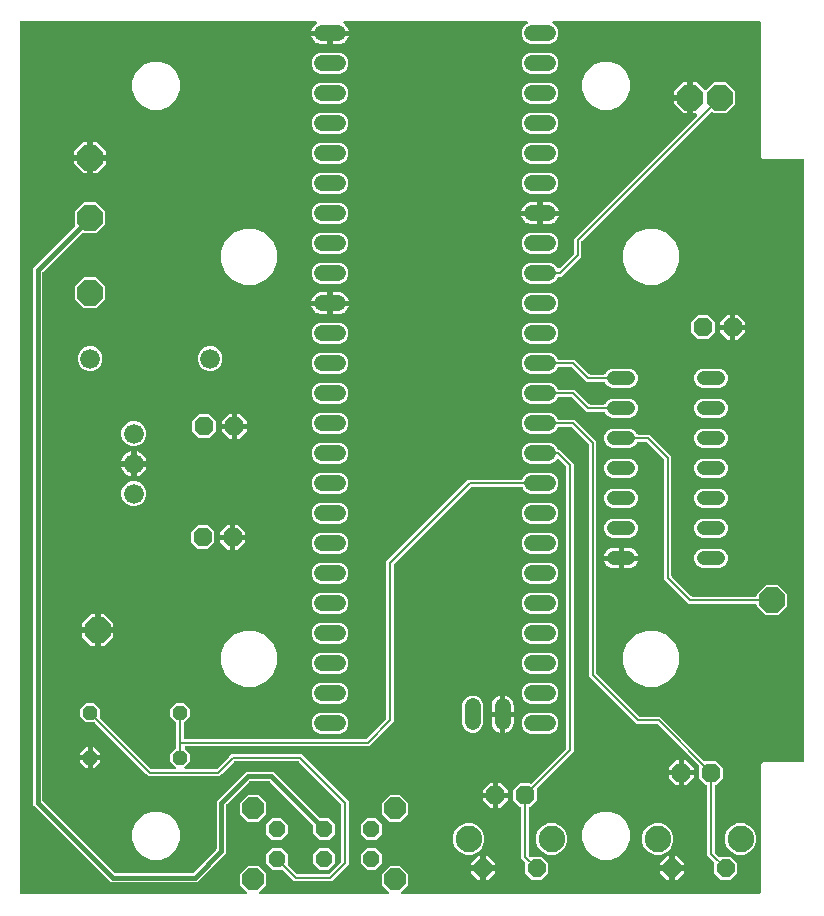
<source format=gbr>
G04 EAGLE Gerber RS-274X export*
G75*
%MOMM*%
%FSLAX34Y34*%
%LPD*%
%INBottom Copper*%
%IPPOS*%
%AMOC8*
5,1,8,0,0,1.08239X$1,22.5*%
G01*
%ADD10P,1.732040X8X22.500000*%
%ADD11P,1.732040X8X202.500000*%
%ADD12C,1.676400*%
%ADD13P,2.336880X8X22.500000*%
%ADD14C,1.219200*%
%ADD15P,1.649562X8X22.500000*%
%ADD16C,2.247900*%
%ADD17C,1.350000*%
%ADD18P,1.539592X8X202.500000*%
%ADD19P,1.948299X8X202.500000*%
%ADD20P,1.319650X8X22.500000*%
%ADD21P,1.319650X8X202.500000*%
%ADD22C,0.406400*%
%ADD23C,0.203200*%

G36*
X195610Y-1252D02*
X195610Y-1252D01*
X195749Y-1239D01*
X195768Y-1232D01*
X195788Y-1229D01*
X195917Y-1178D01*
X196048Y-1131D01*
X196065Y-1120D01*
X196083Y-1112D01*
X196196Y-1031D01*
X196311Y-953D01*
X196324Y-937D01*
X196341Y-926D01*
X196430Y-818D01*
X196521Y-714D01*
X196531Y-696D01*
X196544Y-681D01*
X196603Y-555D01*
X196666Y-431D01*
X196670Y-411D01*
X196679Y-393D01*
X196705Y-257D01*
X196736Y-121D01*
X196735Y-100D01*
X196739Y-81D01*
X196730Y58D01*
X196726Y197D01*
X196720Y217D01*
X196719Y237D01*
X196676Y369D01*
X196638Y503D01*
X196627Y520D01*
X196621Y539D01*
X196547Y657D01*
X196476Y777D01*
X196458Y798D01*
X196451Y808D01*
X196436Y822D01*
X196370Y898D01*
X190569Y6698D01*
X190569Y15852D01*
X197043Y22326D01*
X206197Y22326D01*
X212671Y15852D01*
X212671Y6698D01*
X206871Y898D01*
X206785Y788D01*
X206697Y681D01*
X206688Y662D01*
X206676Y646D01*
X206620Y518D01*
X206561Y393D01*
X206557Y373D01*
X206549Y354D01*
X206527Y216D01*
X206501Y81D01*
X206503Y60D01*
X206499Y40D01*
X206513Y-99D01*
X206521Y-237D01*
X206527Y-256D01*
X206529Y-276D01*
X206576Y-408D01*
X206619Y-539D01*
X206630Y-557D01*
X206637Y-576D01*
X206715Y-691D01*
X206789Y-808D01*
X206804Y-822D01*
X206815Y-839D01*
X206920Y-931D01*
X207021Y-1026D01*
X207039Y-1036D01*
X207054Y-1049D01*
X207178Y-1113D01*
X207299Y-1180D01*
X207319Y-1185D01*
X207337Y-1194D01*
X207473Y-1224D01*
X207607Y-1259D01*
X207635Y-1261D01*
X207647Y-1264D01*
X207668Y-1263D01*
X207768Y-1269D01*
X315472Y-1269D01*
X315609Y-1252D01*
X315748Y-1239D01*
X315767Y-1232D01*
X315787Y-1229D01*
X315916Y-1178D01*
X316048Y-1131D01*
X316064Y-1120D01*
X316083Y-1112D01*
X316196Y-1031D01*
X316311Y-953D01*
X316324Y-937D01*
X316341Y-926D01*
X316429Y-818D01*
X316521Y-714D01*
X316530Y-696D01*
X316543Y-681D01*
X316603Y-555D01*
X316666Y-431D01*
X316670Y-411D01*
X316679Y-393D01*
X316705Y-257D01*
X316735Y-121D01*
X316735Y-100D01*
X316739Y-81D01*
X316730Y58D01*
X316726Y197D01*
X316720Y217D01*
X316719Y237D01*
X316676Y369D01*
X316637Y503D01*
X316627Y520D01*
X316621Y539D01*
X316546Y657D01*
X316476Y777D01*
X316457Y798D01*
X316451Y808D01*
X316436Y822D01*
X316369Y898D01*
X310569Y6698D01*
X310569Y15852D01*
X317043Y22326D01*
X326197Y22326D01*
X332671Y15852D01*
X332671Y6698D01*
X326870Y898D01*
X326785Y788D01*
X326696Y681D01*
X326688Y662D01*
X326675Y646D01*
X326620Y518D01*
X326561Y393D01*
X326557Y373D01*
X326549Y354D01*
X326527Y216D01*
X326501Y81D01*
X326502Y60D01*
X326499Y40D01*
X326512Y-99D01*
X326521Y-237D01*
X326527Y-256D01*
X326529Y-276D01*
X326576Y-408D01*
X326619Y-539D01*
X326630Y-557D01*
X326637Y-576D01*
X326715Y-691D01*
X326789Y-808D01*
X326804Y-822D01*
X326815Y-839D01*
X326919Y-931D01*
X327021Y-1026D01*
X327038Y-1036D01*
X327054Y-1049D01*
X327178Y-1113D01*
X327299Y-1180D01*
X327319Y-1185D01*
X327337Y-1194D01*
X327473Y-1224D01*
X327607Y-1259D01*
X327635Y-1261D01*
X327647Y-1264D01*
X327668Y-1263D01*
X327768Y-1269D01*
X629920Y-1269D01*
X630038Y-1254D01*
X630157Y-1247D01*
X630195Y-1234D01*
X630236Y-1229D01*
X630346Y-1186D01*
X630459Y-1149D01*
X630494Y-1127D01*
X630531Y-1112D01*
X630627Y-1043D01*
X630728Y-979D01*
X630756Y-949D01*
X630789Y-926D01*
X630865Y-834D01*
X630946Y-747D01*
X630966Y-712D01*
X630991Y-681D01*
X631042Y-573D01*
X631100Y-469D01*
X631110Y-429D01*
X631127Y-393D01*
X631149Y-276D01*
X631179Y-161D01*
X631183Y-101D01*
X631187Y-81D01*
X631185Y-60D01*
X631189Y0D01*
X631189Y108258D01*
X633422Y110491D01*
X666750Y110491D01*
X666868Y110506D01*
X666987Y110513D01*
X667025Y110526D01*
X667066Y110531D01*
X667176Y110574D01*
X667289Y110611D01*
X667324Y110633D01*
X667361Y110648D01*
X667457Y110717D01*
X667558Y110781D01*
X667586Y110811D01*
X667619Y110834D01*
X667695Y110926D01*
X667776Y111013D01*
X667796Y111048D01*
X667821Y111079D01*
X667872Y111187D01*
X667930Y111291D01*
X667940Y111331D01*
X667957Y111367D01*
X667979Y111484D01*
X668009Y111599D01*
X668013Y111659D01*
X668017Y111679D01*
X668015Y111700D01*
X668019Y111760D01*
X668019Y619760D01*
X668004Y619878D01*
X667997Y619997D01*
X667984Y620035D01*
X667979Y620076D01*
X667936Y620186D01*
X667899Y620299D01*
X667877Y620334D01*
X667862Y620371D01*
X667793Y620467D01*
X667729Y620568D01*
X667699Y620596D01*
X667676Y620629D01*
X667584Y620705D01*
X667497Y620786D01*
X667462Y620806D01*
X667431Y620831D01*
X667323Y620882D01*
X667219Y620940D01*
X667179Y620950D01*
X667143Y620967D01*
X667026Y620989D01*
X666911Y621019D01*
X666851Y621023D01*
X666831Y621027D01*
X666810Y621025D01*
X666750Y621029D01*
X633422Y621029D01*
X631189Y623262D01*
X631189Y736600D01*
X631174Y736718D01*
X631167Y736837D01*
X631154Y736875D01*
X631149Y736916D01*
X631106Y737026D01*
X631069Y737139D01*
X631047Y737174D01*
X631032Y737211D01*
X630963Y737307D01*
X630899Y737408D01*
X630869Y737436D01*
X630846Y737469D01*
X630754Y737545D01*
X630667Y737626D01*
X630632Y737646D01*
X630601Y737671D01*
X630493Y737722D01*
X630389Y737780D01*
X630349Y737790D01*
X630313Y737807D01*
X630196Y737829D01*
X630081Y737859D01*
X630021Y737863D01*
X630001Y737867D01*
X629980Y737865D01*
X629920Y737869D01*
X456102Y737869D01*
X456032Y737861D01*
X455963Y737862D01*
X455875Y737841D01*
X455786Y737829D01*
X455721Y737804D01*
X455653Y737787D01*
X455574Y737745D01*
X455490Y737712D01*
X455434Y737671D01*
X455372Y737639D01*
X455306Y737578D01*
X455233Y737526D01*
X455189Y737472D01*
X455137Y737425D01*
X455088Y737350D01*
X455030Y737281D01*
X455001Y737217D01*
X454962Y737159D01*
X454933Y737074D01*
X454895Y736993D01*
X454882Y736924D01*
X454859Y736858D01*
X454852Y736769D01*
X454835Y736681D01*
X454839Y736611D01*
X454834Y736541D01*
X454849Y736453D01*
X454855Y736363D01*
X454876Y736297D01*
X454888Y736228D01*
X454925Y736146D01*
X454953Y736061D01*
X454990Y736002D01*
X455019Y735938D01*
X455075Y735868D01*
X455123Y735792D01*
X455174Y735744D01*
X455217Y735690D01*
X455289Y735636D01*
X455355Y735574D01*
X455416Y735540D01*
X455471Y735498D01*
X455616Y735427D01*
X456235Y735171D01*
X458711Y732695D01*
X460051Y729461D01*
X460051Y725959D01*
X458711Y722725D01*
X456235Y720249D01*
X453001Y718909D01*
X435999Y718909D01*
X432765Y720249D01*
X430289Y722725D01*
X428949Y725959D01*
X428949Y729461D01*
X430289Y732695D01*
X432765Y735171D01*
X433384Y735427D01*
X433445Y735462D01*
X433510Y735488D01*
X433582Y735540D01*
X433660Y735585D01*
X433710Y735633D01*
X433767Y735674D01*
X433824Y735744D01*
X433889Y735806D01*
X433925Y735866D01*
X433970Y735919D01*
X434008Y736001D01*
X434055Y736077D01*
X434076Y736144D01*
X434105Y736207D01*
X434122Y736295D01*
X434149Y736381D01*
X434152Y736451D01*
X434165Y736520D01*
X434159Y736609D01*
X434164Y736699D01*
X434150Y736767D01*
X434145Y736837D01*
X434118Y736922D01*
X434099Y737010D01*
X434069Y737073D01*
X434047Y737139D01*
X433999Y737215D01*
X433960Y737296D01*
X433914Y737349D01*
X433877Y737408D01*
X433812Y737470D01*
X433753Y737538D01*
X433696Y737578D01*
X433645Y737626D01*
X433567Y737669D01*
X433493Y737721D01*
X433428Y737746D01*
X433367Y737780D01*
X433280Y737802D01*
X433196Y737834D01*
X433127Y737842D01*
X433059Y737859D01*
X432898Y737869D01*
X279180Y737869D01*
X279101Y737859D01*
X279021Y737859D01*
X278944Y737839D01*
X278864Y737829D01*
X278790Y737800D01*
X278713Y737780D01*
X278643Y737742D01*
X278568Y737712D01*
X278504Y737666D01*
X278434Y737627D01*
X278376Y737573D01*
X278311Y737526D01*
X278260Y737464D01*
X278202Y737410D01*
X278159Y737342D01*
X278108Y737281D01*
X278074Y737209D01*
X278032Y737141D01*
X278007Y737065D01*
X277973Y736993D01*
X277958Y736915D01*
X277933Y736839D01*
X277928Y736759D01*
X277913Y736681D01*
X277918Y736601D01*
X277913Y736522D01*
X277928Y736443D01*
X277933Y736363D01*
X277957Y736287D01*
X277972Y736209D01*
X278006Y736137D01*
X278031Y736061D01*
X278073Y735993D01*
X278107Y735921D01*
X278158Y735859D01*
X278201Y735792D01*
X278259Y735737D01*
X278310Y735676D01*
X278431Y735575D01*
X278432Y735574D01*
X278433Y735574D01*
X278434Y735573D01*
X279031Y735139D01*
X279502Y734797D01*
X280537Y733763D01*
X281396Y732579D01*
X282060Y731276D01*
X282488Y729959D01*
X267680Y729959D01*
X267562Y729944D01*
X267443Y729937D01*
X267405Y729924D01*
X267365Y729919D01*
X267254Y729876D01*
X267141Y729839D01*
X267107Y729817D01*
X267069Y729802D01*
X266973Y729733D01*
X266872Y729669D01*
X266844Y729639D01*
X266812Y729616D01*
X266736Y729524D01*
X266704Y729490D01*
X266699Y729498D01*
X266669Y729526D01*
X266645Y729559D01*
X266554Y729635D01*
X266467Y729716D01*
X266432Y729736D01*
X266400Y729761D01*
X266293Y729812D01*
X266188Y729870D01*
X266149Y729880D01*
X266113Y729897D01*
X265996Y729919D01*
X265880Y729949D01*
X265820Y729953D01*
X265800Y729957D01*
X265780Y729955D01*
X265720Y729959D01*
X250912Y729959D01*
X251340Y731276D01*
X252004Y732579D01*
X252863Y733763D01*
X253898Y734797D01*
X254966Y735573D01*
X255024Y735628D01*
X255089Y735674D01*
X255140Y735736D01*
X255198Y735791D01*
X255241Y735858D01*
X255292Y735919D01*
X255326Y735992D01*
X255369Y736059D01*
X255393Y736135D01*
X255427Y736207D01*
X255442Y736286D01*
X255467Y736362D01*
X255472Y736441D01*
X255487Y736520D01*
X255482Y736599D01*
X255487Y736679D01*
X255472Y736757D01*
X255467Y736837D01*
X255443Y736913D01*
X255428Y736992D01*
X255394Y737064D01*
X255369Y737139D01*
X255326Y737207D01*
X255292Y737279D01*
X255242Y737341D01*
X255199Y737408D01*
X255141Y737463D01*
X255090Y737525D01*
X255026Y737572D01*
X254968Y737626D01*
X254898Y737665D01*
X254833Y737712D01*
X254759Y737741D01*
X254689Y737780D01*
X254612Y737800D01*
X254537Y737829D01*
X254458Y737839D01*
X254381Y737859D01*
X254223Y737869D01*
X254222Y737869D01*
X254221Y737869D01*
X254220Y737869D01*
X5080Y737869D01*
X4962Y737854D01*
X4843Y737847D01*
X4805Y737834D01*
X4764Y737829D01*
X4654Y737786D01*
X4541Y737749D01*
X4506Y737727D01*
X4469Y737712D01*
X4373Y737643D01*
X4272Y737579D01*
X4244Y737549D01*
X4211Y737526D01*
X4135Y737434D01*
X4054Y737347D01*
X4034Y737312D01*
X4009Y737281D01*
X3958Y737173D01*
X3900Y737069D01*
X3890Y737029D01*
X3873Y736993D01*
X3851Y736876D01*
X3821Y736761D01*
X3817Y736701D01*
X3813Y736681D01*
X3815Y736660D01*
X3811Y736600D01*
X3811Y0D01*
X3826Y-118D01*
X3833Y-237D01*
X3846Y-275D01*
X3851Y-316D01*
X3894Y-426D01*
X3931Y-539D01*
X3953Y-574D01*
X3968Y-611D01*
X4037Y-707D01*
X4101Y-808D01*
X4131Y-836D01*
X4154Y-869D01*
X4246Y-945D01*
X4333Y-1026D01*
X4368Y-1046D01*
X4399Y-1071D01*
X4507Y-1122D01*
X4611Y-1180D01*
X4651Y-1190D01*
X4687Y-1207D01*
X4804Y-1229D01*
X4919Y-1259D01*
X4979Y-1263D01*
X4999Y-1267D01*
X5020Y-1265D01*
X5080Y-1269D01*
X195472Y-1269D01*
X195610Y-1252D01*
G37*
%LPC*%
G36*
X80859Y8617D02*
X80859Y8617D01*
X14967Y74509D01*
X14967Y528741D01*
X50632Y564406D01*
X50705Y564500D01*
X50784Y564589D01*
X50802Y564625D01*
X50827Y564657D01*
X50875Y564767D01*
X50929Y564873D01*
X50938Y564912D01*
X50954Y564949D01*
X50972Y565067D01*
X50998Y565183D01*
X50997Y565223D01*
X51003Y565263D01*
X50992Y565382D01*
X50989Y565501D01*
X50977Y565540D01*
X50974Y565580D01*
X50933Y565692D01*
X50900Y565806D01*
X50880Y565841D01*
X50866Y565879D01*
X50799Y565978D01*
X50739Y566080D01*
X50699Y566125D01*
X50687Y566142D01*
X50672Y566156D01*
X50654Y566176D01*
X50654Y576821D01*
X58179Y584346D01*
X68821Y584346D01*
X76346Y576821D01*
X76346Y566179D01*
X68821Y558654D01*
X58173Y558654D01*
X58107Y558705D01*
X58018Y558784D01*
X57982Y558802D01*
X57950Y558827D01*
X57841Y558874D01*
X57735Y558929D01*
X57695Y558938D01*
X57658Y558954D01*
X57541Y558972D01*
X57424Y558998D01*
X57384Y558997D01*
X57344Y559003D01*
X57226Y558992D01*
X57106Y558989D01*
X57068Y558977D01*
X57027Y558974D01*
X56915Y558933D01*
X56801Y558900D01*
X56766Y558880D01*
X56728Y558866D01*
X56629Y558799D01*
X56527Y558739D01*
X56482Y558699D01*
X56465Y558687D01*
X56451Y558672D01*
X56406Y558632D01*
X23504Y525731D01*
X23444Y525652D01*
X23376Y525580D01*
X23347Y525527D01*
X23310Y525479D01*
X23270Y525388D01*
X23222Y525302D01*
X23207Y525243D01*
X23183Y525188D01*
X23168Y525090D01*
X23143Y524994D01*
X23137Y524894D01*
X23133Y524873D01*
X23135Y524861D01*
X23133Y524833D01*
X23133Y78417D01*
X23145Y78319D01*
X23148Y78220D01*
X23165Y78161D01*
X23173Y78101D01*
X23209Y78009D01*
X23237Y77914D01*
X23267Y77862D01*
X23290Y77806D01*
X23348Y77726D01*
X23398Y77640D01*
X23464Y77565D01*
X23476Y77548D01*
X23486Y77541D01*
X23504Y77519D01*
X83869Y17154D01*
X83948Y17094D01*
X84020Y17026D01*
X84073Y16997D01*
X84121Y16960D01*
X84212Y16920D01*
X84298Y16872D01*
X84357Y16857D01*
X84412Y16833D01*
X84510Y16818D01*
X84606Y16793D01*
X84706Y16787D01*
X84727Y16783D01*
X84739Y16785D01*
X84767Y16783D01*
X150183Y16783D01*
X150281Y16795D01*
X150380Y16798D01*
X150439Y16815D01*
X150499Y16823D01*
X150591Y16859D01*
X150686Y16887D01*
X150738Y16917D01*
X150794Y16940D01*
X150874Y16998D01*
X150960Y17048D01*
X151035Y17114D01*
X151052Y17126D01*
X151059Y17136D01*
X151081Y17154D01*
X170171Y36244D01*
X170231Y36323D01*
X170299Y36395D01*
X170328Y36448D01*
X170365Y36496D01*
X170405Y36587D01*
X170453Y36673D01*
X170468Y36732D01*
X170492Y36787D01*
X170507Y36885D01*
X170532Y36981D01*
X170538Y37081D01*
X170542Y37102D01*
X170540Y37114D01*
X170542Y37142D01*
X170542Y77891D01*
X195159Y102508D01*
X218658Y102508D01*
X221421Y99744D01*
X257859Y63306D01*
X257938Y63246D01*
X258010Y63178D01*
X258063Y63149D01*
X258111Y63111D01*
X258202Y63072D01*
X258288Y63024D01*
X258347Y63009D01*
X258402Y62985D01*
X258500Y62969D01*
X258596Y62945D01*
X258696Y62938D01*
X258717Y62935D01*
X258729Y62936D01*
X258757Y62935D01*
X265415Y62935D01*
X270783Y57567D01*
X270783Y49976D01*
X265415Y44609D01*
X257825Y44609D01*
X252457Y49976D01*
X252457Y56635D01*
X252445Y56733D01*
X252442Y56832D01*
X252425Y56890D01*
X252417Y56951D01*
X252381Y57043D01*
X252353Y57138D01*
X252323Y57190D01*
X252300Y57246D01*
X252242Y57326D01*
X252192Y57412D01*
X252126Y57487D01*
X252114Y57504D01*
X252104Y57511D01*
X252086Y57532D01*
X215647Y93971D01*
X215569Y94031D01*
X215497Y94099D01*
X215444Y94128D01*
X215396Y94165D01*
X215305Y94205D01*
X215219Y94253D01*
X215160Y94268D01*
X215104Y94292D01*
X215006Y94307D01*
X214911Y94332D01*
X214811Y94338D01*
X214790Y94342D01*
X214778Y94340D01*
X214750Y94342D01*
X199067Y94342D01*
X198969Y94330D01*
X198870Y94327D01*
X198811Y94310D01*
X198751Y94302D01*
X198659Y94266D01*
X198564Y94238D01*
X198512Y94208D01*
X198456Y94185D01*
X198376Y94127D01*
X198290Y94077D01*
X198215Y94011D01*
X198198Y93999D01*
X198191Y93989D01*
X198169Y93971D01*
X179079Y74881D01*
X179019Y74802D01*
X178951Y74730D01*
X178922Y74677D01*
X178885Y74629D01*
X178845Y74538D01*
X178797Y74452D01*
X178782Y74393D01*
X178758Y74338D01*
X178743Y74240D01*
X178718Y74144D01*
X178712Y74044D01*
X178708Y74023D01*
X178710Y74011D01*
X178708Y73983D01*
X178708Y33234D01*
X154091Y8617D01*
X80859Y8617D01*
G37*
%LPD*%
%LPC*%
G36*
X236423Y9633D02*
X236423Y9633D01*
X226812Y19244D01*
X226734Y19304D01*
X226662Y19372D01*
X226609Y19401D01*
X226561Y19439D01*
X226470Y19478D01*
X226384Y19526D01*
X226325Y19541D01*
X226269Y19565D01*
X226171Y19581D01*
X226076Y19605D01*
X225976Y19612D01*
X225955Y19615D01*
X225943Y19614D01*
X225915Y19615D01*
X217820Y19615D01*
X212452Y24983D01*
X212452Y32574D01*
X217820Y37941D01*
X225410Y37941D01*
X230778Y32574D01*
X230778Y24478D01*
X230790Y24380D01*
X230793Y24281D01*
X230810Y24223D01*
X230818Y24163D01*
X230854Y24071D01*
X230882Y23975D01*
X230912Y23923D01*
X230935Y23867D01*
X230993Y23787D01*
X231043Y23702D01*
X231109Y23626D01*
X231121Y23610D01*
X231131Y23602D01*
X231149Y23581D01*
X238592Y16138D01*
X238670Y16078D01*
X238742Y16010D01*
X238795Y15981D01*
X238843Y15944D01*
X238934Y15904D01*
X239021Y15856D01*
X239079Y15841D01*
X239135Y15817D01*
X239233Y15802D01*
X239329Y15777D01*
X239429Y15771D01*
X239449Y15767D01*
X239461Y15769D01*
X239489Y15767D01*
X264904Y15767D01*
X265002Y15779D01*
X265101Y15782D01*
X265159Y15799D01*
X265219Y15807D01*
X265312Y15843D01*
X265407Y15871D01*
X265459Y15901D01*
X265515Y15924D01*
X265595Y15982D01*
X265681Y16032D01*
X265756Y16098D01*
X265773Y16110D01*
X265780Y16120D01*
X265801Y16138D01*
X275962Y26299D01*
X276022Y26377D01*
X276090Y26449D01*
X276119Y26502D01*
X276156Y26550D01*
X276196Y26641D01*
X276244Y26727D01*
X276259Y26786D01*
X276283Y26842D01*
X276298Y26940D01*
X276323Y27035D01*
X276329Y27135D01*
X276333Y27156D01*
X276331Y27168D01*
X276333Y27196D01*
X276333Y74404D01*
X276321Y74502D01*
X276318Y74601D01*
X276301Y74659D01*
X276293Y74719D01*
X276257Y74812D01*
X276229Y74907D01*
X276199Y74959D01*
X276176Y75015D01*
X276118Y75095D01*
X276068Y75181D01*
X276002Y75256D01*
X275990Y75273D01*
X275980Y75280D01*
X275962Y75301D01*
X240401Y110862D01*
X240323Y110922D01*
X240251Y110990D01*
X240198Y111019D01*
X240150Y111056D01*
X240059Y111096D01*
X239973Y111144D01*
X239914Y111159D01*
X239858Y111183D01*
X239760Y111198D01*
X239665Y111223D01*
X239565Y111229D01*
X239544Y111233D01*
X239532Y111231D01*
X239504Y111233D01*
X185946Y111233D01*
X185848Y111221D01*
X185749Y111218D01*
X185691Y111201D01*
X185630Y111193D01*
X185538Y111157D01*
X185443Y111129D01*
X185391Y111099D01*
X185335Y111076D01*
X185255Y111018D01*
X185169Y110968D01*
X185094Y110902D01*
X185077Y110890D01*
X185070Y110880D01*
X185049Y110862D01*
X174888Y100701D01*
X172720Y98533D01*
X113030Y98533D01*
X110862Y100701D01*
X67681Y143882D01*
X67603Y143942D01*
X67531Y144010D01*
X67478Y144039D01*
X67430Y144076D01*
X67339Y144116D01*
X67253Y144164D01*
X67194Y144179D01*
X67138Y144203D01*
X67040Y144218D01*
X66945Y144243D01*
X66845Y144249D01*
X66824Y144253D01*
X66812Y144251D01*
X66784Y144253D01*
X60126Y144253D01*
X55353Y149026D01*
X55353Y155774D01*
X60126Y160547D01*
X66874Y160547D01*
X71647Y155774D01*
X71647Y149116D01*
X71659Y149018D01*
X71662Y148919D01*
X71679Y148861D01*
X71687Y148801D01*
X71723Y148708D01*
X71751Y148613D01*
X71781Y148561D01*
X71804Y148505D01*
X71862Y148425D01*
X71912Y148339D01*
X71978Y148264D01*
X71990Y148247D01*
X72000Y148240D01*
X72018Y148219D01*
X115199Y105038D01*
X115277Y104978D01*
X115349Y104910D01*
X115402Y104881D01*
X115450Y104844D01*
X115541Y104804D01*
X115627Y104756D01*
X115686Y104741D01*
X115742Y104717D01*
X115840Y104702D01*
X115935Y104677D01*
X116035Y104671D01*
X116056Y104667D01*
X116068Y104669D01*
X116096Y104667D01*
X134748Y104667D01*
X134885Y104684D01*
X135024Y104697D01*
X135043Y104704D01*
X135063Y104707D01*
X135192Y104758D01*
X135323Y104805D01*
X135340Y104816D01*
X135359Y104824D01*
X135472Y104905D01*
X135587Y104983D01*
X135600Y104999D01*
X135616Y105010D01*
X135705Y105118D01*
X135797Y105222D01*
X135806Y105240D01*
X135819Y105255D01*
X135878Y105381D01*
X135942Y105505D01*
X135946Y105525D01*
X135955Y105543D01*
X135981Y105679D01*
X136011Y105815D01*
X136011Y105836D01*
X136015Y105855D01*
X136006Y105994D01*
X136002Y106133D01*
X135996Y106153D01*
X135995Y106173D01*
X135952Y106305D01*
X135913Y106439D01*
X135903Y106456D01*
X135897Y106475D01*
X135822Y106593D01*
X135752Y106713D01*
X135733Y106734D01*
X135727Y106744D01*
X135712Y106758D01*
X135645Y106833D01*
X131553Y110926D01*
X131553Y117674D01*
X136262Y122383D01*
X136322Y122461D01*
X136390Y122533D01*
X136419Y122586D01*
X136456Y122634D01*
X136496Y122725D01*
X136544Y122812D01*
X136559Y122870D01*
X136583Y122926D01*
X136598Y123024D01*
X136623Y123120D01*
X136629Y123220D01*
X136633Y123240D01*
X136631Y123252D01*
X136633Y123280D01*
X136633Y143420D01*
X136621Y143518D01*
X136618Y143617D01*
X136606Y143659D01*
X136605Y143662D01*
X136601Y143676D01*
X136593Y143735D01*
X136557Y143827D01*
X136529Y143923D01*
X136511Y143954D01*
X136507Y143965D01*
X136495Y143985D01*
X136476Y144031D01*
X136418Y144111D01*
X136368Y144196D01*
X136342Y144226D01*
X136337Y144233D01*
X136326Y144244D01*
X136302Y144272D01*
X136290Y144288D01*
X136280Y144296D01*
X136262Y144317D01*
X131553Y149026D01*
X131553Y155774D01*
X136326Y160547D01*
X143074Y160547D01*
X147847Y155774D01*
X147847Y149026D01*
X143138Y144317D01*
X143078Y144239D01*
X143010Y144167D01*
X142989Y144128D01*
X142970Y144106D01*
X142963Y144092D01*
X142944Y144066D01*
X142904Y143975D01*
X142856Y143888D01*
X142843Y143836D01*
X142835Y143818D01*
X142833Y143811D01*
X142817Y143774D01*
X142802Y143676D01*
X142777Y143580D01*
X142771Y143480D01*
X142767Y143460D01*
X142769Y143448D01*
X142767Y143420D01*
X142767Y131336D01*
X142782Y131218D01*
X142789Y131099D01*
X142802Y131061D01*
X142807Y131020D01*
X142850Y130910D01*
X142887Y130797D01*
X142909Y130762D01*
X142924Y130725D01*
X142993Y130629D01*
X143057Y130528D01*
X143087Y130500D01*
X143110Y130467D01*
X143202Y130391D01*
X143289Y130310D01*
X143324Y130290D01*
X143355Y130265D01*
X143463Y130214D01*
X143567Y130156D01*
X143607Y130146D01*
X143643Y130129D01*
X143760Y130107D01*
X143875Y130077D01*
X143935Y130073D01*
X143955Y130069D01*
X143976Y130071D01*
X144036Y130067D01*
X296654Y130067D01*
X296752Y130079D01*
X296851Y130082D01*
X296909Y130099D01*
X296969Y130107D01*
X297062Y130143D01*
X297157Y130171D01*
X297209Y130201D01*
X297265Y130224D01*
X297345Y130282D01*
X297431Y130332D01*
X297506Y130398D01*
X297523Y130410D01*
X297530Y130420D01*
X297551Y130438D01*
X314062Y146949D01*
X314122Y147027D01*
X314190Y147099D01*
X314219Y147152D01*
X314256Y147200D01*
X314296Y147291D01*
X314344Y147377D01*
X314359Y147436D01*
X314383Y147492D01*
X314398Y147590D01*
X314423Y147685D01*
X314429Y147785D01*
X314433Y147806D01*
X314431Y147818D01*
X314433Y147846D01*
X314433Y280670D01*
X383540Y349777D01*
X428646Y349777D01*
X428676Y349780D01*
X428705Y349778D01*
X428833Y349800D01*
X428962Y349817D01*
X428989Y349827D01*
X429018Y349832D01*
X429137Y349886D01*
X429258Y349934D01*
X429281Y349951D01*
X429308Y349963D01*
X429410Y350044D01*
X429515Y350120D01*
X429534Y350143D01*
X429557Y350162D01*
X429635Y350265D01*
X429718Y350365D01*
X429730Y350392D01*
X429748Y350416D01*
X429819Y350560D01*
X430289Y351695D01*
X432765Y354171D01*
X435999Y355511D01*
X453001Y355511D01*
X456235Y354171D01*
X458711Y351695D01*
X460051Y348461D01*
X460051Y344959D01*
X458711Y341725D01*
X456235Y339249D01*
X453001Y337909D01*
X435999Y337909D01*
X432765Y339249D01*
X430289Y341725D01*
X429819Y342860D01*
X429804Y342885D01*
X429795Y342913D01*
X429726Y343023D01*
X429661Y343136D01*
X429641Y343157D01*
X429625Y343182D01*
X429530Y343271D01*
X429440Y343364D01*
X429415Y343380D01*
X429393Y343400D01*
X429280Y343463D01*
X429169Y343531D01*
X429141Y343539D01*
X429115Y343554D01*
X428989Y343586D01*
X428865Y343624D01*
X428836Y343626D01*
X428807Y343633D01*
X428646Y343643D01*
X386606Y343643D01*
X386508Y343631D01*
X386409Y343628D01*
X386351Y343611D01*
X386291Y343603D01*
X386198Y343567D01*
X386103Y343539D01*
X386051Y343509D01*
X385995Y343486D01*
X385915Y343428D01*
X385829Y343378D01*
X385754Y343312D01*
X385737Y343300D01*
X385730Y343290D01*
X385709Y343272D01*
X320938Y278501D01*
X320878Y278423D01*
X320810Y278351D01*
X320781Y278298D01*
X320744Y278250D01*
X320704Y278159D01*
X320656Y278073D01*
X320641Y278014D01*
X320617Y277958D01*
X320602Y277860D01*
X320577Y277765D01*
X320571Y277665D01*
X320567Y277644D01*
X320569Y277632D01*
X320567Y277604D01*
X320567Y144780D01*
X299720Y123933D01*
X144652Y123933D01*
X144515Y123916D01*
X144376Y123903D01*
X144357Y123896D01*
X144337Y123893D01*
X144208Y123842D01*
X144077Y123795D01*
X144060Y123784D01*
X144041Y123776D01*
X143928Y123695D01*
X143813Y123617D01*
X143800Y123601D01*
X143784Y123590D01*
X143695Y123482D01*
X143603Y123378D01*
X143594Y123360D01*
X143581Y123345D01*
X143522Y123219D01*
X143458Y123095D01*
X143454Y123075D01*
X143445Y123057D01*
X143419Y122921D01*
X143389Y122785D01*
X143389Y122764D01*
X143385Y122745D01*
X143394Y122606D01*
X143398Y122467D01*
X143404Y122447D01*
X143405Y122427D01*
X143448Y122295D01*
X143487Y122161D01*
X143497Y122144D01*
X143503Y122125D01*
X143578Y122007D01*
X143648Y121887D01*
X143667Y121866D01*
X143673Y121856D01*
X143688Y121842D01*
X143755Y121767D01*
X147847Y117674D01*
X147847Y110926D01*
X143755Y106833D01*
X143669Y106724D01*
X143581Y106617D01*
X143572Y106598D01*
X143560Y106582D01*
X143504Y106454D01*
X143445Y106329D01*
X143441Y106309D01*
X143433Y106290D01*
X143411Y106152D01*
X143385Y106016D01*
X143387Y105996D01*
X143384Y105976D01*
X143397Y105837D01*
X143405Y105699D01*
X143411Y105680D01*
X143413Y105660D01*
X143461Y105528D01*
X143503Y105397D01*
X143514Y105379D01*
X143521Y105360D01*
X143599Y105245D01*
X143673Y105128D01*
X143688Y105114D01*
X143700Y105097D01*
X143804Y105005D01*
X143905Y104910D01*
X143923Y104900D01*
X143938Y104887D01*
X144062Y104823D01*
X144184Y104756D01*
X144203Y104751D01*
X144221Y104742D01*
X144357Y104712D01*
X144491Y104677D01*
X144520Y104675D01*
X144532Y104672D01*
X144552Y104673D01*
X144652Y104667D01*
X169654Y104667D01*
X169752Y104679D01*
X169851Y104682D01*
X169909Y104699D01*
X169969Y104707D01*
X170062Y104743D01*
X170157Y104771D01*
X170209Y104801D01*
X170265Y104824D01*
X170345Y104882D01*
X170431Y104932D01*
X170506Y104998D01*
X170523Y105010D01*
X170530Y105020D01*
X170551Y105038D01*
X180712Y115199D01*
X182880Y117367D01*
X242570Y117367D01*
X282467Y77470D01*
X282467Y24130D01*
X267970Y9633D01*
X236423Y9633D01*
G37*
%LPD*%
%LPC*%
G36*
X597720Y10903D02*
X597720Y10903D01*
X592055Y16568D01*
X592055Y24687D01*
X592064Y24707D01*
X592118Y24813D01*
X592127Y24852D01*
X592143Y24889D01*
X592162Y25007D01*
X592188Y25123D01*
X592187Y25163D01*
X592193Y25203D01*
X592182Y25322D01*
X592178Y25441D01*
X592167Y25480D01*
X592163Y25520D01*
X592123Y25632D01*
X592090Y25746D01*
X592069Y25781D01*
X592056Y25819D01*
X591989Y25918D01*
X591928Y26020D01*
X591888Y26066D01*
X591877Y26082D01*
X591862Y26096D01*
X591822Y26141D01*
X586213Y31750D01*
X586213Y90279D01*
X586198Y90397D01*
X586191Y90516D01*
X586178Y90554D01*
X586173Y90595D01*
X586130Y90705D01*
X586093Y90818D01*
X586071Y90853D01*
X586056Y90890D01*
X585987Y90986D01*
X585923Y91087D01*
X585893Y91115D01*
X585870Y91148D01*
X585778Y91224D01*
X585691Y91305D01*
X585656Y91325D01*
X585625Y91350D01*
X585517Y91401D01*
X585413Y91459D01*
X585373Y91469D01*
X585337Y91486D01*
X585220Y91508D01*
X585134Y91530D01*
X579228Y97436D01*
X579228Y105791D01*
X579258Y105825D01*
X579277Y105861D01*
X579301Y105893D01*
X579348Y106002D01*
X579403Y106108D01*
X579412Y106148D01*
X579428Y106185D01*
X579446Y106302D01*
X579472Y106418D01*
X579471Y106459D01*
X579477Y106499D01*
X579466Y106617D01*
X579463Y106736D01*
X579451Y106775D01*
X579448Y106815D01*
X579407Y106927D01*
X579374Y107042D01*
X579354Y107077D01*
X579340Y107115D01*
X579273Y107213D01*
X579213Y107316D01*
X579173Y107361D01*
X579162Y107378D01*
X579146Y107391D01*
X579106Y107437D01*
X543931Y142612D01*
X543853Y142672D01*
X543781Y142740D01*
X543728Y142769D01*
X543680Y142806D01*
X543589Y142846D01*
X543503Y142894D01*
X543444Y142909D01*
X543388Y142933D01*
X543290Y142948D01*
X543195Y142973D01*
X543095Y142979D01*
X543074Y142983D01*
X543062Y142981D01*
X543034Y142983D01*
X525780Y142983D01*
X523612Y145151D01*
X485883Y182880D01*
X485883Y379204D01*
X485871Y379302D01*
X485868Y379401D01*
X485851Y379459D01*
X485843Y379520D01*
X485807Y379612D01*
X485779Y379707D01*
X485749Y379759D01*
X485726Y379815D01*
X485668Y379895D01*
X485618Y379981D01*
X485552Y380056D01*
X485540Y380073D01*
X485530Y380080D01*
X485512Y380101D01*
X471541Y394072D01*
X471463Y394132D01*
X471391Y394200D01*
X471338Y394229D01*
X471290Y394266D01*
X471199Y394306D01*
X471113Y394354D01*
X471054Y394369D01*
X470998Y394393D01*
X470900Y394408D01*
X470805Y394433D01*
X470705Y394439D01*
X470684Y394443D01*
X470672Y394441D01*
X470644Y394443D01*
X460354Y394443D01*
X460324Y394440D01*
X460295Y394442D01*
X460167Y394420D01*
X460038Y394403D01*
X460011Y394393D01*
X459982Y394388D01*
X459863Y394334D01*
X459742Y394286D01*
X459719Y394269D01*
X459692Y394257D01*
X459590Y394176D01*
X459485Y394100D01*
X459466Y394077D01*
X459443Y394058D01*
X459365Y393955D01*
X459282Y393855D01*
X459270Y393828D01*
X459252Y393804D01*
X459181Y393660D01*
X458711Y392525D01*
X456235Y390049D01*
X453001Y388709D01*
X435999Y388709D01*
X432765Y390049D01*
X430289Y392525D01*
X428949Y395759D01*
X428949Y399261D01*
X430289Y402495D01*
X432765Y404971D01*
X435999Y406311D01*
X453001Y406311D01*
X456235Y404971D01*
X458711Y402495D01*
X459181Y401360D01*
X459196Y401335D01*
X459205Y401307D01*
X459274Y401197D01*
X459339Y401084D01*
X459359Y401063D01*
X459375Y401038D01*
X459470Y400949D01*
X459560Y400856D01*
X459585Y400840D01*
X459607Y400820D01*
X459720Y400757D01*
X459831Y400689D01*
X459859Y400681D01*
X459885Y400666D01*
X460011Y400634D01*
X460135Y400596D01*
X460164Y400594D01*
X460193Y400587D01*
X460354Y400577D01*
X473710Y400577D01*
X489849Y384438D01*
X492017Y382270D01*
X492017Y185946D01*
X492029Y185848D01*
X492032Y185749D01*
X492049Y185691D01*
X492057Y185631D01*
X492093Y185538D01*
X492121Y185443D01*
X492151Y185391D01*
X492174Y185335D01*
X492232Y185255D01*
X492282Y185169D01*
X492348Y185094D01*
X492360Y185077D01*
X492370Y185070D01*
X492388Y185049D01*
X527949Y149488D01*
X528027Y149428D01*
X528099Y149360D01*
X528152Y149331D01*
X528200Y149294D01*
X528291Y149254D01*
X528377Y149206D01*
X528436Y149191D01*
X528492Y149167D01*
X528590Y149152D01*
X528685Y149127D01*
X528785Y149121D01*
X528806Y149117D01*
X528818Y149119D01*
X528846Y149117D01*
X546100Y149117D01*
X583443Y111774D01*
X583538Y111700D01*
X583627Y111622D01*
X583663Y111604D01*
X583695Y111579D01*
X583804Y111531D01*
X583910Y111477D01*
X583949Y111468D01*
X583987Y111452D01*
X584104Y111434D01*
X584220Y111408D01*
X584261Y111409D01*
X584301Y111403D01*
X584420Y111414D01*
X584538Y111417D01*
X584577Y111429D01*
X584617Y111432D01*
X584730Y111473D01*
X584844Y111506D01*
X584878Y111526D01*
X584917Y111540D01*
X585015Y111607D01*
X585091Y111652D01*
X593444Y111652D01*
X599332Y105764D01*
X599332Y97436D01*
X593424Y91529D01*
X593379Y91526D01*
X593341Y91513D01*
X593300Y91508D01*
X593190Y91465D01*
X593077Y91428D01*
X593042Y91406D01*
X593005Y91391D01*
X592909Y91322D01*
X592808Y91258D01*
X592780Y91228D01*
X592747Y91205D01*
X592671Y91113D01*
X592590Y91026D01*
X592570Y90991D01*
X592545Y90960D01*
X592494Y90852D01*
X592436Y90748D01*
X592426Y90708D01*
X592409Y90672D01*
X592387Y90555D01*
X592357Y90440D01*
X592353Y90380D01*
X592349Y90360D01*
X592351Y90339D01*
X592347Y90279D01*
X592347Y34816D01*
X592359Y34718D01*
X592362Y34619D01*
X592379Y34561D01*
X592387Y34501D01*
X592423Y34408D01*
X592451Y34313D01*
X592481Y34261D01*
X592504Y34205D01*
X592562Y34125D01*
X592612Y34039D01*
X592678Y33964D01*
X592690Y33947D01*
X592700Y33940D01*
X592718Y33919D01*
X596159Y30478D01*
X596253Y30405D01*
X596342Y30326D01*
X596378Y30308D01*
X596410Y30283D01*
X596519Y30236D01*
X596625Y30182D01*
X596665Y30173D01*
X596702Y30157D01*
X596820Y30138D01*
X596936Y30112D01*
X596976Y30113D01*
X597016Y30107D01*
X597135Y30118D01*
X597254Y30122D01*
X597292Y30133D01*
X597333Y30137D01*
X597445Y30177D01*
X597559Y30210D01*
X597594Y30231D01*
X597632Y30245D01*
X605732Y30245D01*
X611397Y24580D01*
X611397Y16568D01*
X605732Y10903D01*
X597720Y10903D01*
G37*
%LPD*%
%LPC*%
G36*
X437700Y10903D02*
X437700Y10903D01*
X432035Y16568D01*
X432035Y24687D01*
X432044Y24707D01*
X432098Y24813D01*
X432107Y24852D01*
X432123Y24889D01*
X432142Y25007D01*
X432168Y25123D01*
X432167Y25163D01*
X432173Y25203D01*
X432162Y25322D01*
X432158Y25441D01*
X432147Y25480D01*
X432143Y25520D01*
X432103Y25632D01*
X432070Y25746D01*
X432049Y25781D01*
X432035Y25819D01*
X431969Y25918D01*
X431908Y26020D01*
X431868Y26066D01*
X431857Y26082D01*
X431842Y26096D01*
X431802Y26141D01*
X430902Y27041D01*
X430901Y27042D01*
X428733Y29210D01*
X428733Y71229D01*
X428718Y71347D01*
X428711Y71466D01*
X428698Y71504D01*
X428693Y71545D01*
X428650Y71655D01*
X428613Y71768D01*
X428591Y71803D01*
X428576Y71840D01*
X428507Y71936D01*
X428443Y72037D01*
X428413Y72065D01*
X428390Y72098D01*
X428298Y72174D01*
X428211Y72255D01*
X428176Y72275D01*
X428145Y72300D01*
X428037Y72351D01*
X427933Y72409D01*
X427893Y72419D01*
X427857Y72436D01*
X427740Y72458D01*
X427654Y72480D01*
X421748Y78386D01*
X421748Y86714D01*
X427636Y92602D01*
X435991Y92602D01*
X436025Y92572D01*
X436061Y92554D01*
X436093Y92529D01*
X436202Y92481D01*
X436308Y92427D01*
X436348Y92418D01*
X436385Y92402D01*
X436502Y92384D01*
X436618Y92358D01*
X436659Y92359D01*
X436699Y92353D01*
X436817Y92364D01*
X436936Y92367D01*
X436975Y92379D01*
X437015Y92382D01*
X437128Y92423D01*
X437242Y92456D01*
X437277Y92476D01*
X437315Y92490D01*
X437413Y92557D01*
X437516Y92617D01*
X437561Y92657D01*
X437578Y92669D01*
X437591Y92684D01*
X437637Y92724D01*
X466462Y121549D01*
X466522Y121627D01*
X466590Y121699D01*
X466619Y121752D01*
X466656Y121800D01*
X466696Y121891D01*
X466744Y121977D01*
X466759Y122036D01*
X466783Y122092D01*
X466798Y122190D01*
X466823Y122285D01*
X466829Y122385D01*
X466833Y122406D01*
X466831Y122418D01*
X466833Y122446D01*
X466833Y360154D01*
X466821Y360252D01*
X466818Y360351D01*
X466801Y360409D01*
X466793Y360469D01*
X466757Y360562D01*
X466729Y360657D01*
X466699Y360709D01*
X466676Y360765D01*
X466618Y360845D01*
X466568Y360931D01*
X466502Y361006D01*
X466490Y361023D01*
X466480Y361030D01*
X466462Y361051D01*
X460447Y367066D01*
X460353Y367139D01*
X460264Y367218D01*
X460228Y367236D01*
X460196Y367261D01*
X460086Y367308D01*
X459980Y367362D01*
X459941Y367371D01*
X459904Y367387D01*
X459786Y367406D01*
X459670Y367432D01*
X459630Y367431D01*
X459590Y367437D01*
X459471Y367426D01*
X459352Y367422D01*
X459313Y367411D01*
X459273Y367407D01*
X459161Y367367D01*
X459047Y367334D01*
X459012Y367313D01*
X458974Y367300D01*
X458875Y367233D01*
X458773Y367172D01*
X458728Y367133D01*
X458711Y367121D01*
X458697Y367106D01*
X458652Y367066D01*
X456235Y364649D01*
X453001Y363309D01*
X435999Y363309D01*
X432765Y364649D01*
X430289Y367125D01*
X428949Y370359D01*
X428949Y373861D01*
X430289Y377095D01*
X432765Y379571D01*
X435999Y380911D01*
X453001Y380911D01*
X456235Y379571D01*
X458711Y377095D01*
X459181Y375960D01*
X459196Y375935D01*
X459205Y375907D01*
X459274Y375797D01*
X459339Y375684D01*
X459359Y375663D01*
X459375Y375638D01*
X459470Y375549D01*
X459560Y375456D01*
X459585Y375440D01*
X459607Y375420D01*
X459720Y375357D01*
X459831Y375289D01*
X459859Y375281D01*
X459885Y375266D01*
X460011Y375234D01*
X460135Y375196D01*
X460164Y375194D01*
X460193Y375187D01*
X460354Y375177D01*
X461010Y375177D01*
X472967Y363220D01*
X472967Y119380D01*
X470799Y117212D01*
X441974Y88387D01*
X441901Y88292D01*
X441822Y88203D01*
X441804Y88167D01*
X441779Y88135D01*
X441731Y88026D01*
X441677Y87920D01*
X441668Y87881D01*
X441652Y87844D01*
X441634Y87726D01*
X441608Y87610D01*
X441609Y87569D01*
X441603Y87529D01*
X441614Y87411D01*
X441617Y87292D01*
X441629Y87253D01*
X441632Y87213D01*
X441673Y87101D01*
X441706Y86986D01*
X441726Y86952D01*
X441740Y86914D01*
X441807Y86815D01*
X441852Y86739D01*
X441852Y78386D01*
X435944Y72479D01*
X435899Y72476D01*
X435861Y72463D01*
X435820Y72458D01*
X435710Y72415D01*
X435597Y72378D01*
X435562Y72356D01*
X435525Y72341D01*
X435429Y72272D01*
X435328Y72208D01*
X435300Y72178D01*
X435267Y72155D01*
X435191Y72063D01*
X435110Y71976D01*
X435090Y71941D01*
X435065Y71910D01*
X435014Y71802D01*
X434956Y71698D01*
X434946Y71658D01*
X434929Y71622D01*
X434907Y71505D01*
X434877Y71390D01*
X434873Y71330D01*
X434869Y71310D01*
X434871Y71289D01*
X434867Y71229D01*
X434867Y32276D01*
X434879Y32178D01*
X434882Y32079D01*
X434899Y32021D01*
X434907Y31961D01*
X434943Y31869D01*
X434971Y31773D01*
X435001Y31721D01*
X435024Y31665D01*
X435082Y31585D01*
X435132Y31499D01*
X435198Y31424D01*
X435210Y31407D01*
X435220Y31400D01*
X435238Y31379D01*
X436139Y30478D01*
X436233Y30405D01*
X436322Y30326D01*
X436358Y30308D01*
X436390Y30283D01*
X436499Y30236D01*
X436605Y30182D01*
X436645Y30173D01*
X436682Y30157D01*
X436800Y30138D01*
X436916Y30112D01*
X436956Y30113D01*
X436996Y30107D01*
X437115Y30118D01*
X437233Y30122D01*
X437272Y30133D01*
X437313Y30137D01*
X437425Y30177D01*
X437539Y30210D01*
X437574Y30231D01*
X437612Y30245D01*
X445712Y30245D01*
X451377Y24580D01*
X451377Y16568D01*
X445712Y10903D01*
X437700Y10903D01*
G37*
%LPD*%
%LPC*%
G36*
X435999Y515709D02*
X435999Y515709D01*
X432765Y517049D01*
X430289Y519525D01*
X428949Y522759D01*
X428949Y526261D01*
X430289Y529495D01*
X432765Y531971D01*
X435999Y533311D01*
X453001Y533311D01*
X456235Y531971D01*
X458711Y529495D01*
X458847Y529166D01*
X458872Y529123D01*
X458889Y529076D01*
X458950Y528985D01*
X459005Y528890D01*
X459039Y528854D01*
X459067Y528813D01*
X459149Y528740D01*
X459226Y528661D01*
X459268Y528635D01*
X459306Y528603D01*
X459403Y528553D01*
X459497Y528495D01*
X459545Y528481D01*
X459589Y528458D01*
X459696Y528434D01*
X459801Y528402D01*
X459851Y528399D01*
X459899Y528388D01*
X460009Y528392D01*
X460119Y528386D01*
X460167Y528397D01*
X460217Y528398D01*
X460323Y528429D01*
X460430Y528451D01*
X460475Y528473D01*
X460523Y528486D01*
X460617Y528542D01*
X460716Y528590D01*
X460754Y528623D01*
X460796Y528648D01*
X460917Y528754D01*
X472812Y540649D01*
X472872Y540727D01*
X472940Y540799D01*
X472969Y540852D01*
X473006Y540900D01*
X473046Y540991D01*
X473094Y541077D01*
X473109Y541136D01*
X473133Y541192D01*
X473148Y541290D01*
X473173Y541385D01*
X473179Y541485D01*
X473183Y541506D01*
X473181Y541518D01*
X473183Y541546D01*
X473183Y553720D01*
X577061Y657598D01*
X577146Y657707D01*
X577234Y657814D01*
X577243Y657833D01*
X577255Y657849D01*
X577311Y657977D01*
X577370Y658102D01*
X577374Y658122D01*
X577382Y658141D01*
X577404Y658279D01*
X577430Y658415D01*
X577428Y658435D01*
X577432Y658455D01*
X577419Y658594D01*
X577410Y658732D01*
X577404Y658751D01*
X577402Y658771D01*
X577355Y658903D01*
X577312Y659034D01*
X577301Y659052D01*
X577294Y659071D01*
X577216Y659186D01*
X577142Y659303D01*
X577127Y659317D01*
X577116Y659334D01*
X577012Y659426D01*
X576910Y659521D01*
X576892Y659531D01*
X576877Y659544D01*
X576754Y659607D01*
X576632Y659675D01*
X576612Y659680D01*
X576594Y659689D01*
X576458Y659719D01*
X576324Y659754D01*
X576296Y659756D01*
X576284Y659759D01*
X576263Y659758D01*
X576163Y659764D01*
X574039Y659764D01*
X574039Y671830D01*
X574024Y671948D01*
X574017Y672067D01*
X574004Y672105D01*
X573999Y672145D01*
X573956Y672256D01*
X573919Y672369D01*
X573897Y672403D01*
X573882Y672441D01*
X573812Y672537D01*
X573749Y672638D01*
X573719Y672666D01*
X573695Y672698D01*
X573604Y672774D01*
X573517Y672856D01*
X573482Y672875D01*
X573451Y672901D01*
X573343Y672952D01*
X573239Y673009D01*
X573199Y673020D01*
X573163Y673037D01*
X573046Y673059D01*
X572931Y673089D01*
X572870Y673093D01*
X572850Y673097D01*
X572830Y673095D01*
X572770Y673099D01*
X571499Y673099D01*
X571499Y673101D01*
X572770Y673101D01*
X572888Y673116D01*
X573007Y673123D01*
X573045Y673136D01*
X573085Y673141D01*
X573196Y673185D01*
X573309Y673221D01*
X573344Y673243D01*
X573381Y673258D01*
X573477Y673328D01*
X573578Y673391D01*
X573606Y673421D01*
X573639Y673445D01*
X573714Y673536D01*
X573796Y673623D01*
X573816Y673658D01*
X573841Y673690D01*
X573892Y673797D01*
X573950Y673902D01*
X573960Y673941D01*
X573977Y673977D01*
X573999Y674094D01*
X574029Y674209D01*
X574033Y674270D01*
X574037Y674290D01*
X574035Y674310D01*
X574039Y674370D01*
X574039Y686436D01*
X577024Y686436D01*
X583649Y679811D01*
X583743Y679737D01*
X583832Y679659D01*
X583868Y679640D01*
X583900Y679616D01*
X584010Y679568D01*
X584116Y679514D01*
X584155Y679505D01*
X584192Y679489D01*
X584310Y679471D01*
X584426Y679445D01*
X584466Y679446D01*
X584506Y679439D01*
X584625Y679451D01*
X584744Y679454D01*
X584783Y679465D01*
X584823Y679469D01*
X584935Y679510D01*
X585049Y679543D01*
X585084Y679563D01*
X585122Y679577D01*
X585221Y679644D01*
X585323Y679704D01*
X585368Y679744D01*
X585385Y679755D01*
X585399Y679771D01*
X585444Y679811D01*
X591579Y685946D01*
X602221Y685946D01*
X609746Y678421D01*
X609746Y667779D01*
X602221Y660254D01*
X591579Y660254D01*
X590883Y660951D01*
X590789Y661023D01*
X590776Y661036D01*
X590773Y661037D01*
X590699Y661102D01*
X590663Y661121D01*
X590631Y661146D01*
X590522Y661193D01*
X590416Y661247D01*
X590377Y661256D01*
X590340Y661272D01*
X590222Y661291D01*
X590106Y661317D01*
X590066Y661315D01*
X590026Y661322D01*
X589907Y661311D01*
X589788Y661307D01*
X589749Y661296D01*
X589709Y661292D01*
X589597Y661252D01*
X589483Y661219D01*
X589448Y661198D01*
X589410Y661184D01*
X589311Y661118D01*
X589209Y661057D01*
X589163Y661017D01*
X589146Y661006D01*
X589133Y660991D01*
X589088Y660951D01*
X479688Y551551D01*
X479628Y551473D01*
X479560Y551401D01*
X479531Y551348D01*
X479494Y551300D01*
X479454Y551209D01*
X479406Y551123D01*
X479391Y551064D01*
X479367Y551008D01*
X479352Y550910D01*
X479327Y550815D01*
X479321Y550715D01*
X479317Y550694D01*
X479319Y550682D01*
X479317Y550654D01*
X479317Y538480D01*
X462280Y521443D01*
X460354Y521443D01*
X460324Y521440D01*
X460295Y521442D01*
X460167Y521420D01*
X460038Y521403D01*
X460011Y521393D01*
X459982Y521388D01*
X459863Y521334D01*
X459742Y521286D01*
X459719Y521269D01*
X459692Y521257D01*
X459590Y521176D01*
X459485Y521100D01*
X459466Y521077D01*
X459443Y521058D01*
X459365Y520955D01*
X459282Y520855D01*
X459270Y520828D01*
X459252Y520804D01*
X459181Y520660D01*
X458711Y519525D01*
X456235Y517049D01*
X453001Y515709D01*
X435999Y515709D01*
G37*
%LPD*%
%LPC*%
G36*
X635394Y234804D02*
X635394Y234804D01*
X627869Y242329D01*
X627869Y243314D01*
X627854Y243432D01*
X627847Y243551D01*
X627834Y243589D01*
X627829Y243630D01*
X627786Y243740D01*
X627749Y243853D01*
X627727Y243888D01*
X627712Y243925D01*
X627643Y244021D01*
X627579Y244122D01*
X627549Y244150D01*
X627526Y244183D01*
X627434Y244259D01*
X627347Y244340D01*
X627312Y244360D01*
X627281Y244385D01*
X627173Y244436D01*
X627069Y244494D01*
X627029Y244504D01*
X626993Y244521D01*
X626876Y244543D01*
X626761Y244573D01*
X626701Y244577D01*
X626681Y244581D01*
X626660Y244579D01*
X626600Y244583D01*
X570230Y244583D01*
X549383Y265430D01*
X549383Y366504D01*
X549371Y366602D01*
X549368Y366701D01*
X549351Y366759D01*
X549343Y366819D01*
X549307Y366912D01*
X549279Y367007D01*
X549249Y367059D01*
X549226Y367115D01*
X549168Y367195D01*
X549118Y367281D01*
X549052Y367356D01*
X549040Y367373D01*
X549030Y367380D01*
X549012Y367401D01*
X535041Y381372D01*
X534963Y381432D01*
X534891Y381500D01*
X534838Y381529D01*
X534790Y381566D01*
X534699Y381606D01*
X534613Y381654D01*
X534554Y381669D01*
X534498Y381693D01*
X534400Y381708D01*
X534305Y381733D01*
X534205Y381739D01*
X534184Y381743D01*
X534172Y381741D01*
X534144Y381743D01*
X527572Y381743D01*
X527542Y381740D01*
X527513Y381742D01*
X527385Y381720D01*
X527256Y381703D01*
X527229Y381693D01*
X527200Y381688D01*
X527081Y381634D01*
X526961Y381586D01*
X526937Y381569D01*
X526910Y381557D01*
X526808Y381476D01*
X526703Y381400D01*
X526684Y381377D01*
X526661Y381358D01*
X526583Y381255D01*
X526500Y381155D01*
X526488Y381128D01*
X526470Y381104D01*
X526399Y380960D01*
X526082Y380195D01*
X523791Y377904D01*
X520797Y376663D01*
X505363Y376663D01*
X502369Y377904D01*
X500078Y380195D01*
X498837Y383189D01*
X498837Y386431D01*
X500078Y389425D01*
X502369Y391716D01*
X505363Y392957D01*
X520797Y392957D01*
X523791Y391716D01*
X526082Y389425D01*
X526399Y388660D01*
X526414Y388635D01*
X526423Y388607D01*
X526492Y388497D01*
X526557Y388384D01*
X526577Y388363D01*
X526593Y388338D01*
X526688Y388249D01*
X526778Y388156D01*
X526803Y388140D01*
X526825Y388120D01*
X526938Y388057D01*
X527049Y387989D01*
X527077Y387981D01*
X527103Y387966D01*
X527229Y387934D01*
X527353Y387896D01*
X527382Y387894D01*
X527411Y387887D01*
X527572Y387877D01*
X537210Y387877D01*
X555517Y369570D01*
X555517Y268496D01*
X555529Y268398D01*
X555532Y268299D01*
X555549Y268241D01*
X555557Y268181D01*
X555593Y268088D01*
X555621Y267993D01*
X555651Y267941D01*
X555674Y267885D01*
X555732Y267805D01*
X555782Y267719D01*
X555848Y267644D01*
X555860Y267627D01*
X555870Y267620D01*
X555888Y267599D01*
X572399Y251088D01*
X572477Y251028D01*
X572549Y250960D01*
X572602Y250931D01*
X572650Y250894D01*
X572741Y250854D01*
X572827Y250806D01*
X572886Y250791D01*
X572942Y250767D01*
X573040Y250752D01*
X573135Y250727D01*
X573235Y250721D01*
X573256Y250717D01*
X573268Y250719D01*
X573296Y250717D01*
X626600Y250717D01*
X626718Y250732D01*
X626837Y250739D01*
X626875Y250752D01*
X626916Y250757D01*
X627026Y250800D01*
X627139Y250837D01*
X627174Y250859D01*
X627211Y250874D01*
X627307Y250943D01*
X627408Y251007D01*
X627436Y251037D01*
X627469Y251060D01*
X627545Y251152D01*
X627626Y251239D01*
X627646Y251274D01*
X627671Y251305D01*
X627722Y251413D01*
X627780Y251517D01*
X627790Y251557D01*
X627807Y251593D01*
X627829Y251710D01*
X627859Y251825D01*
X627863Y251885D01*
X627867Y251905D01*
X627865Y251926D01*
X627869Y251986D01*
X627869Y252971D01*
X635394Y260496D01*
X646036Y260496D01*
X653561Y252971D01*
X653561Y242329D01*
X646036Y234804D01*
X635394Y234804D01*
G37*
%LPD*%
%LPC*%
G36*
X193421Y514857D02*
X193421Y514857D01*
X184739Y518454D01*
X178094Y525099D01*
X174497Y533781D01*
X174497Y543179D01*
X178094Y551861D01*
X184739Y558506D01*
X193421Y562103D01*
X202819Y562103D01*
X211501Y558506D01*
X218146Y551861D01*
X221743Y543179D01*
X221743Y533781D01*
X218146Y525099D01*
X211501Y518454D01*
X202819Y514857D01*
X193421Y514857D01*
G37*
%LPD*%
%LPC*%
G36*
X533781Y514857D02*
X533781Y514857D01*
X525099Y518454D01*
X518454Y525099D01*
X514857Y533781D01*
X514857Y543179D01*
X518454Y551861D01*
X525099Y558506D01*
X533781Y562103D01*
X543179Y562103D01*
X551861Y558506D01*
X558506Y551861D01*
X562103Y543179D01*
X562103Y533781D01*
X558506Y525099D01*
X551861Y518454D01*
X543179Y514857D01*
X533781Y514857D01*
G37*
%LPD*%
%LPC*%
G36*
X193421Y174497D02*
X193421Y174497D01*
X184739Y178094D01*
X178094Y184739D01*
X174497Y193421D01*
X174497Y202819D01*
X178094Y211501D01*
X184739Y218146D01*
X193421Y221743D01*
X202819Y221743D01*
X211501Y218146D01*
X218146Y211501D01*
X221743Y202819D01*
X221743Y193421D01*
X218146Y184739D01*
X211501Y178094D01*
X202819Y174497D01*
X193421Y174497D01*
G37*
%LPD*%
%LPC*%
G36*
X533781Y174497D02*
X533781Y174497D01*
X525099Y178094D01*
X518454Y184739D01*
X514857Y193421D01*
X514857Y202819D01*
X518454Y211501D01*
X525099Y218146D01*
X533781Y221743D01*
X543179Y221743D01*
X551861Y218146D01*
X558506Y211501D01*
X562103Y202819D01*
X562103Y193421D01*
X558506Y184739D01*
X551861Y178094D01*
X543179Y174497D01*
X533781Y174497D01*
G37*
%LPD*%
%LPC*%
G36*
X496338Y662939D02*
X496338Y662939D01*
X488869Y666033D01*
X483153Y671749D01*
X480059Y679218D01*
X480059Y687302D01*
X483153Y694771D01*
X488869Y700487D01*
X496338Y703581D01*
X504422Y703581D01*
X511891Y700487D01*
X517607Y694771D01*
X520701Y687302D01*
X520701Y679218D01*
X517607Y671749D01*
X511891Y666033D01*
X504422Y662939D01*
X496338Y662939D01*
G37*
%LPD*%
%LPC*%
G36*
X115338Y662939D02*
X115338Y662939D01*
X107869Y666033D01*
X102153Y671749D01*
X99059Y679218D01*
X99059Y687302D01*
X102153Y694771D01*
X107869Y700487D01*
X115338Y703581D01*
X123422Y703581D01*
X130891Y700487D01*
X136607Y694771D01*
X139701Y687302D01*
X139701Y679218D01*
X136607Y671749D01*
X130891Y666033D01*
X123422Y662939D01*
X115338Y662939D01*
G37*
%LPD*%
%LPC*%
G36*
X115338Y27939D02*
X115338Y27939D01*
X107869Y31033D01*
X102153Y36749D01*
X99059Y44218D01*
X99059Y52302D01*
X102153Y59771D01*
X107869Y65487D01*
X115338Y68581D01*
X123422Y68581D01*
X130891Y65487D01*
X136607Y59771D01*
X139701Y52302D01*
X139701Y44218D01*
X136607Y36749D01*
X130891Y31033D01*
X123422Y27939D01*
X115338Y27939D01*
G37*
%LPD*%
%LPC*%
G36*
X496338Y27939D02*
X496338Y27939D01*
X488869Y31033D01*
X483153Y36749D01*
X480059Y44218D01*
X480059Y52302D01*
X483153Y59771D01*
X488869Y65487D01*
X496338Y68581D01*
X504422Y68581D01*
X511891Y65487D01*
X517607Y59771D01*
X520701Y52302D01*
X520701Y44218D01*
X517607Y36749D01*
X511891Y31033D01*
X504422Y27939D01*
X496338Y27939D01*
G37*
%LPD*%
%LPC*%
G36*
X505363Y427463D02*
X505363Y427463D01*
X502369Y428704D01*
X500078Y430995D01*
X499761Y431760D01*
X499746Y431785D01*
X499737Y431813D01*
X499668Y431923D01*
X499603Y432036D01*
X499583Y432057D01*
X499567Y432082D01*
X499473Y432171D01*
X499382Y432264D01*
X499357Y432280D01*
X499335Y432300D01*
X499222Y432363D01*
X499111Y432431D01*
X499083Y432439D01*
X499057Y432454D01*
X498931Y432486D01*
X498807Y432524D01*
X498778Y432526D01*
X498749Y432533D01*
X498588Y432543D01*
X483870Y432543D01*
X471541Y444872D01*
X471463Y444932D01*
X471391Y445000D01*
X471338Y445029D01*
X471290Y445066D01*
X471199Y445106D01*
X471113Y445154D01*
X471054Y445169D01*
X470998Y445193D01*
X470900Y445208D01*
X470805Y445233D01*
X470705Y445239D01*
X470684Y445243D01*
X470672Y445241D01*
X470644Y445243D01*
X460354Y445243D01*
X460324Y445240D01*
X460295Y445242D01*
X460167Y445220D01*
X460038Y445203D01*
X460011Y445193D01*
X459982Y445188D01*
X459863Y445134D01*
X459742Y445086D01*
X459719Y445069D01*
X459692Y445057D01*
X459590Y444976D01*
X459485Y444900D01*
X459466Y444877D01*
X459443Y444858D01*
X459365Y444755D01*
X459282Y444655D01*
X459270Y444628D01*
X459252Y444604D01*
X459181Y444460D01*
X458711Y443325D01*
X456235Y440849D01*
X453001Y439509D01*
X435999Y439509D01*
X432765Y440849D01*
X430289Y443325D01*
X428949Y446559D01*
X428949Y450061D01*
X430289Y453295D01*
X432765Y455771D01*
X435999Y457111D01*
X453001Y457111D01*
X456235Y455771D01*
X458711Y453295D01*
X459181Y452160D01*
X459196Y452135D01*
X459205Y452107D01*
X459274Y451997D01*
X459339Y451884D01*
X459359Y451863D01*
X459375Y451838D01*
X459470Y451749D01*
X459560Y451656D01*
X459585Y451640D01*
X459607Y451620D01*
X459720Y451557D01*
X459831Y451489D01*
X459859Y451481D01*
X459885Y451466D01*
X460011Y451434D01*
X460135Y451396D01*
X460164Y451394D01*
X460193Y451387D01*
X460354Y451377D01*
X473710Y451377D01*
X486039Y439048D01*
X486117Y438988D01*
X486189Y438920D01*
X486242Y438891D01*
X486290Y438854D01*
X486381Y438814D01*
X486467Y438766D01*
X486526Y438751D01*
X486582Y438727D01*
X486680Y438712D01*
X486775Y438687D01*
X486875Y438681D01*
X486896Y438677D01*
X486908Y438679D01*
X486936Y438677D01*
X498588Y438677D01*
X498617Y438680D01*
X498647Y438678D01*
X498775Y438700D01*
X498904Y438717D01*
X498931Y438727D01*
X498960Y438732D01*
X499079Y438786D01*
X499199Y438834D01*
X499223Y438851D01*
X499250Y438863D01*
X499352Y438944D01*
X499457Y439020D01*
X499476Y439043D01*
X499499Y439062D01*
X499577Y439165D01*
X499660Y439265D01*
X499672Y439292D01*
X499690Y439316D01*
X499761Y439460D01*
X500078Y440225D01*
X502369Y442516D01*
X505363Y443757D01*
X520797Y443757D01*
X523791Y442516D01*
X526082Y440225D01*
X527323Y437231D01*
X527323Y433989D01*
X526082Y430995D01*
X523791Y428704D01*
X520797Y427463D01*
X505363Y427463D01*
G37*
%LPD*%
%LPC*%
G36*
X505363Y402063D02*
X505363Y402063D01*
X502369Y403304D01*
X500078Y405595D01*
X499761Y406360D01*
X499746Y406385D01*
X499737Y406413D01*
X499668Y406523D01*
X499603Y406636D01*
X499583Y406657D01*
X499567Y406682D01*
X499473Y406771D01*
X499382Y406864D01*
X499357Y406880D01*
X499335Y406900D01*
X499222Y406963D01*
X499111Y407031D01*
X499083Y407039D01*
X499057Y407054D01*
X498931Y407086D01*
X498807Y407124D01*
X498778Y407126D01*
X498749Y407133D01*
X498588Y407143D01*
X483870Y407143D01*
X471541Y419472D01*
X471463Y419532D01*
X471391Y419600D01*
X471338Y419629D01*
X471290Y419666D01*
X471199Y419706D01*
X471113Y419754D01*
X471054Y419769D01*
X470998Y419793D01*
X470900Y419808D01*
X470805Y419833D01*
X470705Y419839D01*
X470684Y419843D01*
X470672Y419841D01*
X470644Y419843D01*
X460354Y419843D01*
X460324Y419840D01*
X460295Y419842D01*
X460167Y419820D01*
X460038Y419803D01*
X460011Y419793D01*
X459982Y419788D01*
X459863Y419734D01*
X459742Y419686D01*
X459719Y419669D01*
X459692Y419657D01*
X459590Y419576D01*
X459485Y419500D01*
X459466Y419477D01*
X459443Y419458D01*
X459365Y419355D01*
X459282Y419255D01*
X459270Y419228D01*
X459252Y419204D01*
X459181Y419060D01*
X458711Y417925D01*
X456235Y415449D01*
X453001Y414109D01*
X435999Y414109D01*
X432765Y415449D01*
X430289Y417925D01*
X428949Y421159D01*
X428949Y424661D01*
X430289Y427895D01*
X432765Y430371D01*
X435999Y431711D01*
X453001Y431711D01*
X456235Y430371D01*
X458711Y427895D01*
X459181Y426760D01*
X459196Y426735D01*
X459205Y426707D01*
X459274Y426597D01*
X459339Y426484D01*
X459359Y426463D01*
X459375Y426438D01*
X459470Y426349D01*
X459560Y426256D01*
X459585Y426240D01*
X459607Y426220D01*
X459720Y426157D01*
X459831Y426089D01*
X459859Y426081D01*
X459885Y426066D01*
X460011Y426034D01*
X460135Y425996D01*
X460164Y425994D01*
X460193Y425987D01*
X460354Y425977D01*
X473710Y425977D01*
X486039Y413648D01*
X486117Y413588D01*
X486189Y413520D01*
X486242Y413491D01*
X486290Y413454D01*
X486381Y413414D01*
X486467Y413366D01*
X486526Y413351D01*
X486582Y413327D01*
X486680Y413312D01*
X486775Y413287D01*
X486875Y413281D01*
X486896Y413277D01*
X486908Y413279D01*
X486936Y413277D01*
X498588Y413277D01*
X498617Y413280D01*
X498647Y413278D01*
X498775Y413300D01*
X498904Y413317D01*
X498931Y413327D01*
X498960Y413332D01*
X499079Y413386D01*
X499199Y413434D01*
X499223Y413451D01*
X499250Y413463D01*
X499352Y413544D01*
X499457Y413620D01*
X499476Y413643D01*
X499499Y413662D01*
X499577Y413765D01*
X499660Y413865D01*
X499672Y413892D01*
X499690Y413916D01*
X499761Y414060D01*
X500078Y414825D01*
X502369Y417116D01*
X505363Y418357D01*
X520797Y418357D01*
X523791Y417116D01*
X526082Y414825D01*
X527323Y411831D01*
X527323Y408589D01*
X526082Y405595D01*
X523791Y403304D01*
X520797Y402063D01*
X505363Y402063D01*
G37*
%LPD*%
%LPC*%
G36*
X451508Y32176D02*
X451508Y32176D01*
X446624Y34199D01*
X442885Y37938D01*
X440862Y42822D01*
X440862Y48110D01*
X442885Y52994D01*
X446624Y56733D01*
X451508Y58756D01*
X456796Y58756D01*
X461680Y56733D01*
X465419Y52994D01*
X467442Y48110D01*
X467442Y42822D01*
X465419Y37938D01*
X461680Y34199D01*
X456796Y32176D01*
X451508Y32176D01*
G37*
%LPD*%
%LPC*%
G36*
X381404Y32176D02*
X381404Y32176D01*
X376520Y34199D01*
X372781Y37938D01*
X370758Y42822D01*
X370758Y48110D01*
X372781Y52994D01*
X376520Y56733D01*
X381404Y58756D01*
X386692Y58756D01*
X391576Y56733D01*
X395315Y52994D01*
X397338Y48110D01*
X397338Y42822D01*
X395315Y37938D01*
X391576Y34199D01*
X386692Y32176D01*
X381404Y32176D01*
G37*
%LPD*%
%LPC*%
G36*
X541424Y32176D02*
X541424Y32176D01*
X536540Y34199D01*
X532801Y37938D01*
X530778Y42822D01*
X530778Y48110D01*
X532801Y52994D01*
X536540Y56733D01*
X541424Y58756D01*
X546712Y58756D01*
X551596Y56733D01*
X555335Y52994D01*
X557358Y48110D01*
X557358Y42822D01*
X555335Y37938D01*
X551596Y34199D01*
X546712Y32176D01*
X541424Y32176D01*
G37*
%LPD*%
%LPC*%
G36*
X611528Y32176D02*
X611528Y32176D01*
X606644Y34199D01*
X602905Y37938D01*
X600882Y42822D01*
X600882Y48110D01*
X602905Y52994D01*
X606644Y56733D01*
X611528Y58756D01*
X616816Y58756D01*
X621700Y56733D01*
X625439Y52994D01*
X627462Y48110D01*
X627462Y42822D01*
X625439Y37938D01*
X621700Y34199D01*
X616816Y32176D01*
X611528Y32176D01*
G37*
%LPD*%
%LPC*%
G36*
X58179Y495154D02*
X58179Y495154D01*
X50654Y502679D01*
X50654Y513321D01*
X58179Y520846D01*
X68821Y520846D01*
X76346Y513321D01*
X76346Y502679D01*
X68821Y495154D01*
X58179Y495154D01*
G37*
%LPD*%
%LPC*%
G36*
X258199Y617309D02*
X258199Y617309D01*
X254965Y618649D01*
X252489Y621125D01*
X251149Y624359D01*
X251149Y627861D01*
X252489Y631095D01*
X254965Y633571D01*
X258199Y634911D01*
X275201Y634911D01*
X278435Y633571D01*
X280911Y631095D01*
X282251Y627861D01*
X282251Y624359D01*
X280911Y621125D01*
X278435Y618649D01*
X275201Y617309D01*
X258199Y617309D01*
G37*
%LPD*%
%LPC*%
G36*
X435999Y261709D02*
X435999Y261709D01*
X432765Y263049D01*
X430289Y265525D01*
X428949Y268759D01*
X428949Y272261D01*
X430289Y275495D01*
X432765Y277971D01*
X435999Y279311D01*
X453001Y279311D01*
X456235Y277971D01*
X458711Y275495D01*
X460051Y272261D01*
X460051Y268759D01*
X458711Y265525D01*
X456235Y263049D01*
X453001Y261709D01*
X435999Y261709D01*
G37*
%LPD*%
%LPC*%
G36*
X385599Y135579D02*
X385599Y135579D01*
X382365Y136919D01*
X379889Y139395D01*
X378549Y142629D01*
X378549Y159631D01*
X379889Y162865D01*
X382365Y165341D01*
X385599Y166681D01*
X389101Y166681D01*
X392335Y165341D01*
X394811Y162865D01*
X396151Y159631D01*
X396151Y142629D01*
X394811Y139395D01*
X392335Y136919D01*
X389101Y135579D01*
X385599Y135579D01*
G37*
%LPD*%
%LPC*%
G36*
X258199Y287109D02*
X258199Y287109D01*
X254965Y288449D01*
X252489Y290925D01*
X251149Y294159D01*
X251149Y297661D01*
X252489Y300895D01*
X254965Y303371D01*
X258199Y304711D01*
X275201Y304711D01*
X278435Y303371D01*
X280911Y300895D01*
X282251Y297661D01*
X282251Y294159D01*
X280911Y290925D01*
X278435Y288449D01*
X275201Y287109D01*
X258199Y287109D01*
G37*
%LPD*%
%LPC*%
G36*
X435999Y591909D02*
X435999Y591909D01*
X432765Y593249D01*
X430289Y595725D01*
X428949Y598959D01*
X428949Y602461D01*
X430289Y605695D01*
X432765Y608171D01*
X435999Y609511D01*
X453001Y609511D01*
X456235Y608171D01*
X458711Y605695D01*
X460051Y602461D01*
X460051Y598959D01*
X458711Y595725D01*
X456235Y593249D01*
X453001Y591909D01*
X435999Y591909D01*
G37*
%LPD*%
%LPC*%
G36*
X258199Y591909D02*
X258199Y591909D01*
X254965Y593249D01*
X252489Y595725D01*
X251149Y598959D01*
X251149Y602461D01*
X252489Y605695D01*
X254965Y608171D01*
X258199Y609511D01*
X275201Y609511D01*
X278435Y608171D01*
X280911Y605695D01*
X282251Y602461D01*
X282251Y598959D01*
X280911Y595725D01*
X278435Y593249D01*
X275201Y591909D01*
X258199Y591909D01*
G37*
%LPD*%
%LPC*%
G36*
X435999Y312509D02*
X435999Y312509D01*
X432765Y313849D01*
X430289Y316325D01*
X428949Y319559D01*
X428949Y323061D01*
X430289Y326295D01*
X432765Y328771D01*
X435999Y330111D01*
X453001Y330111D01*
X456235Y328771D01*
X458711Y326295D01*
X460051Y323061D01*
X460051Y319559D01*
X458711Y316325D01*
X456235Y313849D01*
X453001Y312509D01*
X435999Y312509D01*
G37*
%LPD*%
%LPC*%
G36*
X258199Y566509D02*
X258199Y566509D01*
X254965Y567849D01*
X252489Y570325D01*
X251149Y573559D01*
X251149Y577061D01*
X252489Y580295D01*
X254965Y582771D01*
X258199Y584111D01*
X275201Y584111D01*
X278435Y582771D01*
X280911Y580295D01*
X282251Y577061D01*
X282251Y573559D01*
X280911Y570325D01*
X278435Y567849D01*
X275201Y566509D01*
X258199Y566509D01*
G37*
%LPD*%
%LPC*%
G36*
X258199Y337909D02*
X258199Y337909D01*
X254965Y339249D01*
X252489Y341725D01*
X251149Y344959D01*
X251149Y348461D01*
X252489Y351695D01*
X254965Y354171D01*
X258199Y355511D01*
X275201Y355511D01*
X278435Y354171D01*
X280911Y351695D01*
X282251Y348461D01*
X282251Y344959D01*
X280911Y341725D01*
X278435Y339249D01*
X275201Y337909D01*
X258199Y337909D01*
G37*
%LPD*%
%LPC*%
G36*
X435999Y541109D02*
X435999Y541109D01*
X432765Y542449D01*
X430289Y544925D01*
X428949Y548159D01*
X428949Y551661D01*
X430289Y554895D01*
X432765Y557371D01*
X435999Y558711D01*
X453001Y558711D01*
X456235Y557371D01*
X458711Y554895D01*
X460051Y551661D01*
X460051Y548159D01*
X458711Y544925D01*
X456235Y542449D01*
X453001Y541109D01*
X435999Y541109D01*
G37*
%LPD*%
%LPC*%
G36*
X258199Y541109D02*
X258199Y541109D01*
X254965Y542449D01*
X252489Y544925D01*
X251149Y548159D01*
X251149Y551661D01*
X252489Y554895D01*
X254965Y557371D01*
X258199Y558711D01*
X275201Y558711D01*
X278435Y557371D01*
X280911Y554895D01*
X282251Y551661D01*
X282251Y548159D01*
X280911Y544925D01*
X278435Y542449D01*
X275201Y541109D01*
X258199Y541109D01*
G37*
%LPD*%
%LPC*%
G36*
X258199Y515709D02*
X258199Y515709D01*
X254965Y517049D01*
X252489Y519525D01*
X251149Y522759D01*
X251149Y526261D01*
X252489Y529495D01*
X254965Y531971D01*
X258199Y533311D01*
X275201Y533311D01*
X278435Y531971D01*
X280911Y529495D01*
X282251Y526261D01*
X282251Y522759D01*
X280911Y519525D01*
X278435Y517049D01*
X275201Y515709D01*
X258199Y515709D01*
G37*
%LPD*%
%LPC*%
G36*
X435999Y693509D02*
X435999Y693509D01*
X432765Y694849D01*
X430289Y697325D01*
X428949Y700559D01*
X428949Y704061D01*
X430289Y707295D01*
X432765Y709771D01*
X435999Y711111D01*
X453001Y711111D01*
X456235Y709771D01*
X458711Y707295D01*
X460051Y704061D01*
X460051Y700559D01*
X458711Y697325D01*
X456235Y694849D01*
X453001Y693509D01*
X435999Y693509D01*
G37*
%LPD*%
%LPC*%
G36*
X258199Y693509D02*
X258199Y693509D01*
X254965Y694849D01*
X252489Y697325D01*
X251149Y700559D01*
X251149Y704061D01*
X252489Y707295D01*
X254965Y709771D01*
X258199Y711111D01*
X275201Y711111D01*
X278435Y709771D01*
X280911Y707295D01*
X282251Y704061D01*
X282251Y700559D01*
X280911Y697325D01*
X278435Y694849D01*
X275201Y693509D01*
X258199Y693509D01*
G37*
%LPD*%
%LPC*%
G36*
X258199Y236309D02*
X258199Y236309D01*
X254965Y237649D01*
X252489Y240125D01*
X251149Y243359D01*
X251149Y246861D01*
X252489Y250095D01*
X254965Y252571D01*
X258199Y253911D01*
X275201Y253911D01*
X278435Y252571D01*
X280911Y250095D01*
X282251Y246861D01*
X282251Y243359D01*
X280911Y240125D01*
X278435Y237649D01*
X275201Y236309D01*
X258199Y236309D01*
G37*
%LPD*%
%LPC*%
G36*
X435999Y490309D02*
X435999Y490309D01*
X432765Y491649D01*
X430289Y494125D01*
X428949Y497359D01*
X428949Y500861D01*
X430289Y504095D01*
X432765Y506571D01*
X435999Y507911D01*
X453001Y507911D01*
X456235Y506571D01*
X458711Y504095D01*
X460051Y500861D01*
X460051Y497359D01*
X458711Y494125D01*
X456235Y491649D01*
X453001Y490309D01*
X435999Y490309D01*
G37*
%LPD*%
%LPC*%
G36*
X435999Y668109D02*
X435999Y668109D01*
X432765Y669449D01*
X430289Y671925D01*
X428949Y675159D01*
X428949Y678661D01*
X430289Y681895D01*
X432765Y684371D01*
X435999Y685711D01*
X453001Y685711D01*
X456235Y684371D01*
X458711Y681895D01*
X460051Y678661D01*
X460051Y675159D01*
X458711Y671925D01*
X456235Y669449D01*
X453001Y668109D01*
X435999Y668109D01*
G37*
%LPD*%
%LPC*%
G36*
X258199Y134709D02*
X258199Y134709D01*
X254965Y136049D01*
X252489Y138525D01*
X251149Y141759D01*
X251149Y145261D01*
X252489Y148495D01*
X254965Y150971D01*
X258199Y152311D01*
X275201Y152311D01*
X278435Y150971D01*
X280911Y148495D01*
X282251Y145261D01*
X282251Y141759D01*
X280911Y138525D01*
X278435Y136049D01*
X275201Y134709D01*
X258199Y134709D01*
G37*
%LPD*%
%LPC*%
G36*
X435999Y134709D02*
X435999Y134709D01*
X432765Y136049D01*
X430289Y138525D01*
X428949Y141759D01*
X428949Y145261D01*
X430289Y148495D01*
X432765Y150971D01*
X435999Y152311D01*
X453001Y152311D01*
X456235Y150971D01*
X458711Y148495D01*
X460051Y145261D01*
X460051Y141759D01*
X458711Y138525D01*
X456235Y136049D01*
X453001Y134709D01*
X435999Y134709D01*
G37*
%LPD*%
%LPC*%
G36*
X258199Y668109D02*
X258199Y668109D01*
X254965Y669449D01*
X252489Y671925D01*
X251149Y675159D01*
X251149Y678661D01*
X252489Y681895D01*
X254965Y684371D01*
X258199Y685711D01*
X275201Y685711D01*
X278435Y684371D01*
X280911Y681895D01*
X282251Y678661D01*
X282251Y675159D01*
X280911Y671925D01*
X278435Y669449D01*
X275201Y668109D01*
X258199Y668109D01*
G37*
%LPD*%
%LPC*%
G36*
X258199Y160109D02*
X258199Y160109D01*
X254965Y161449D01*
X252489Y163925D01*
X251149Y167159D01*
X251149Y170661D01*
X252489Y173895D01*
X254965Y176371D01*
X258199Y177711D01*
X275201Y177711D01*
X278435Y176371D01*
X280911Y173895D01*
X282251Y170661D01*
X282251Y167159D01*
X280911Y163925D01*
X278435Y161449D01*
X275201Y160109D01*
X258199Y160109D01*
G37*
%LPD*%
%LPC*%
G36*
X435999Y464909D02*
X435999Y464909D01*
X432765Y466249D01*
X430289Y468725D01*
X428949Y471959D01*
X428949Y475461D01*
X430289Y478695D01*
X432765Y481171D01*
X435999Y482511D01*
X453001Y482511D01*
X456235Y481171D01*
X458711Y478695D01*
X460051Y475461D01*
X460051Y471959D01*
X458711Y468725D01*
X456235Y466249D01*
X453001Y464909D01*
X435999Y464909D01*
G37*
%LPD*%
%LPC*%
G36*
X258199Y464909D02*
X258199Y464909D01*
X254965Y466249D01*
X252489Y468725D01*
X251149Y471959D01*
X251149Y475461D01*
X252489Y478695D01*
X254965Y481171D01*
X258199Y482511D01*
X275201Y482511D01*
X278435Y481171D01*
X280911Y478695D01*
X282251Y475461D01*
X282251Y471959D01*
X280911Y468725D01*
X278435Y466249D01*
X275201Y464909D01*
X258199Y464909D01*
G37*
%LPD*%
%LPC*%
G36*
X435999Y160109D02*
X435999Y160109D01*
X432765Y161449D01*
X430289Y163925D01*
X428949Y167159D01*
X428949Y170661D01*
X430289Y173895D01*
X432765Y176371D01*
X435999Y177711D01*
X453001Y177711D01*
X456235Y176371D01*
X458711Y173895D01*
X460051Y170661D01*
X460051Y167159D01*
X458711Y163925D01*
X456235Y161449D01*
X453001Y160109D01*
X435999Y160109D01*
G37*
%LPD*%
%LPC*%
G36*
X258199Y185509D02*
X258199Y185509D01*
X254965Y186849D01*
X252489Y189325D01*
X251149Y192559D01*
X251149Y196061D01*
X252489Y199295D01*
X254965Y201771D01*
X258199Y203111D01*
X275201Y203111D01*
X278435Y201771D01*
X280911Y199295D01*
X282251Y196061D01*
X282251Y192559D01*
X280911Y189325D01*
X278435Y186849D01*
X275201Y185509D01*
X258199Y185509D01*
G37*
%LPD*%
%LPC*%
G36*
X435999Y185509D02*
X435999Y185509D01*
X432765Y186849D01*
X430289Y189325D01*
X428949Y192559D01*
X428949Y196061D01*
X430289Y199295D01*
X432765Y201771D01*
X435999Y203111D01*
X453001Y203111D01*
X456235Y201771D01*
X458711Y199295D01*
X460051Y196061D01*
X460051Y192559D01*
X458711Y189325D01*
X456235Y186849D01*
X453001Y185509D01*
X435999Y185509D01*
G37*
%LPD*%
%LPC*%
G36*
X435999Y236309D02*
X435999Y236309D01*
X432765Y237649D01*
X430289Y240125D01*
X428949Y243359D01*
X428949Y246861D01*
X430289Y250095D01*
X432765Y252571D01*
X435999Y253911D01*
X453001Y253911D01*
X456235Y252571D01*
X458711Y250095D01*
X460051Y246861D01*
X460051Y243359D01*
X458711Y240125D01*
X456235Y237649D01*
X453001Y236309D01*
X435999Y236309D01*
G37*
%LPD*%
%LPC*%
G36*
X258199Y439509D02*
X258199Y439509D01*
X254965Y440849D01*
X252489Y443325D01*
X251149Y446559D01*
X251149Y450061D01*
X252489Y453295D01*
X254965Y455771D01*
X258199Y457111D01*
X275201Y457111D01*
X278435Y455771D01*
X280911Y453295D01*
X282251Y450061D01*
X282251Y446559D01*
X280911Y443325D01*
X278435Y440849D01*
X275201Y439509D01*
X258199Y439509D01*
G37*
%LPD*%
%LPC*%
G36*
X435999Y642709D02*
X435999Y642709D01*
X432765Y644049D01*
X430289Y646525D01*
X428949Y649759D01*
X428949Y653261D01*
X430289Y656495D01*
X432765Y658971D01*
X435999Y660311D01*
X453001Y660311D01*
X456235Y658971D01*
X458711Y656495D01*
X460051Y653261D01*
X460051Y649759D01*
X458711Y646525D01*
X456235Y644049D01*
X453001Y642709D01*
X435999Y642709D01*
G37*
%LPD*%
%LPC*%
G36*
X435999Y287109D02*
X435999Y287109D01*
X432765Y288449D01*
X430289Y290925D01*
X428949Y294159D01*
X428949Y297661D01*
X430289Y300895D01*
X432765Y303371D01*
X435999Y304711D01*
X453001Y304711D01*
X456235Y303371D01*
X458711Y300895D01*
X460051Y297661D01*
X460051Y294159D01*
X458711Y290925D01*
X456235Y288449D01*
X453001Y287109D01*
X435999Y287109D01*
G37*
%LPD*%
%LPC*%
G36*
X258199Y642709D02*
X258199Y642709D01*
X254965Y644049D01*
X252489Y646525D01*
X251149Y649759D01*
X251149Y653261D01*
X252489Y656495D01*
X254965Y658971D01*
X258199Y660311D01*
X275201Y660311D01*
X278435Y658971D01*
X280911Y656495D01*
X282251Y653261D01*
X282251Y649759D01*
X280911Y646525D01*
X278435Y644049D01*
X275201Y642709D01*
X258199Y642709D01*
G37*
%LPD*%
%LPC*%
G36*
X258199Y414109D02*
X258199Y414109D01*
X254965Y415449D01*
X252489Y417925D01*
X251149Y421159D01*
X251149Y424661D01*
X252489Y427895D01*
X254965Y430371D01*
X258199Y431711D01*
X275201Y431711D01*
X278435Y430371D01*
X280911Y427895D01*
X282251Y424661D01*
X282251Y421159D01*
X280911Y417925D01*
X278435Y415449D01*
X275201Y414109D01*
X258199Y414109D01*
G37*
%LPD*%
%LPC*%
G36*
X258199Y312509D02*
X258199Y312509D01*
X254965Y313849D01*
X252489Y316325D01*
X251149Y319559D01*
X251149Y323061D01*
X252489Y326295D01*
X254965Y328771D01*
X258199Y330111D01*
X275201Y330111D01*
X278435Y328771D01*
X280911Y326295D01*
X282251Y323061D01*
X282251Y319559D01*
X280911Y316325D01*
X278435Y313849D01*
X275201Y312509D01*
X258199Y312509D01*
G37*
%LPD*%
%LPC*%
G36*
X258199Y363309D02*
X258199Y363309D01*
X254965Y364649D01*
X252489Y367125D01*
X251149Y370359D01*
X251149Y373861D01*
X252489Y377095D01*
X254965Y379571D01*
X258199Y380911D01*
X275201Y380911D01*
X278435Y379571D01*
X280911Y377095D01*
X282251Y373861D01*
X282251Y370359D01*
X280911Y367125D01*
X278435Y364649D01*
X275201Y363309D01*
X258199Y363309D01*
G37*
%LPD*%
%LPC*%
G36*
X258199Y388709D02*
X258199Y388709D01*
X254965Y390049D01*
X252489Y392525D01*
X251149Y395759D01*
X251149Y399261D01*
X252489Y402495D01*
X254965Y404971D01*
X258199Y406311D01*
X275201Y406311D01*
X278435Y404971D01*
X280911Y402495D01*
X282251Y399261D01*
X282251Y395759D01*
X280911Y392525D01*
X278435Y390049D01*
X275201Y388709D01*
X258199Y388709D01*
G37*
%LPD*%
%LPC*%
G36*
X258199Y261709D02*
X258199Y261709D01*
X254965Y263049D01*
X252489Y265525D01*
X251149Y268759D01*
X251149Y272261D01*
X252489Y275495D01*
X254965Y277971D01*
X258199Y279311D01*
X275201Y279311D01*
X278435Y277971D01*
X280911Y275495D01*
X282251Y272261D01*
X282251Y268759D01*
X280911Y265525D01*
X278435Y263049D01*
X275201Y261709D01*
X258199Y261709D01*
G37*
%LPD*%
%LPC*%
G36*
X435999Y617309D02*
X435999Y617309D01*
X432765Y618649D01*
X430289Y621125D01*
X428949Y624359D01*
X428949Y627861D01*
X430289Y631095D01*
X432765Y633571D01*
X435999Y634911D01*
X453001Y634911D01*
X456235Y633571D01*
X458711Y631095D01*
X460051Y627861D01*
X460051Y624359D01*
X458711Y621125D01*
X456235Y618649D01*
X453001Y617309D01*
X435999Y617309D01*
G37*
%LPD*%
%LPC*%
G36*
X435999Y210909D02*
X435999Y210909D01*
X432765Y212249D01*
X430289Y214725D01*
X428949Y217959D01*
X428949Y221461D01*
X430289Y224695D01*
X432765Y227171D01*
X435999Y228511D01*
X453001Y228511D01*
X456235Y227171D01*
X458711Y224695D01*
X460051Y221461D01*
X460051Y217959D01*
X458711Y214725D01*
X456235Y212249D01*
X453001Y210909D01*
X435999Y210909D01*
G37*
%LPD*%
%LPC*%
G36*
X258199Y210909D02*
X258199Y210909D01*
X254965Y212249D01*
X252489Y214725D01*
X251149Y217959D01*
X251149Y221461D01*
X252489Y224695D01*
X254965Y227171D01*
X258199Y228511D01*
X275201Y228511D01*
X278435Y227171D01*
X280911Y224695D01*
X282251Y221461D01*
X282251Y217959D01*
X280911Y214725D01*
X278435Y212249D01*
X275201Y210909D01*
X258199Y210909D01*
G37*
%LPD*%
%LPC*%
G36*
X581563Y427463D02*
X581563Y427463D01*
X578569Y428704D01*
X576278Y430995D01*
X575037Y433989D01*
X575037Y437231D01*
X576278Y440225D01*
X578569Y442516D01*
X581563Y443757D01*
X596997Y443757D01*
X599991Y442516D01*
X602282Y440225D01*
X603523Y437231D01*
X603523Y433989D01*
X602282Y430995D01*
X599991Y428704D01*
X596997Y427463D01*
X581563Y427463D01*
G37*
%LPD*%
%LPC*%
G36*
X581563Y402063D02*
X581563Y402063D01*
X578569Y403304D01*
X576278Y405595D01*
X575037Y408589D01*
X575037Y411831D01*
X576278Y414825D01*
X578569Y417116D01*
X581563Y418357D01*
X596997Y418357D01*
X599991Y417116D01*
X602282Y414825D01*
X603523Y411831D01*
X603523Y408589D01*
X602282Y405595D01*
X599991Y403304D01*
X596997Y402063D01*
X581563Y402063D01*
G37*
%LPD*%
%LPC*%
G36*
X581563Y376663D02*
X581563Y376663D01*
X578569Y377904D01*
X576278Y380195D01*
X575037Y383189D01*
X575037Y386431D01*
X576278Y389425D01*
X578569Y391716D01*
X581563Y392957D01*
X596997Y392957D01*
X599991Y391716D01*
X602282Y389425D01*
X603523Y386431D01*
X603523Y383189D01*
X602282Y380195D01*
X599991Y377904D01*
X596997Y376663D01*
X581563Y376663D01*
G37*
%LPD*%
%LPC*%
G36*
X581563Y351263D02*
X581563Y351263D01*
X578569Y352504D01*
X576278Y354795D01*
X575037Y357789D01*
X575037Y361031D01*
X576278Y364025D01*
X578569Y366316D01*
X581563Y367557D01*
X596997Y367557D01*
X599991Y366316D01*
X602282Y364025D01*
X603523Y361031D01*
X603523Y357789D01*
X602282Y354795D01*
X599991Y352504D01*
X596997Y351263D01*
X581563Y351263D01*
G37*
%LPD*%
%LPC*%
G36*
X505363Y351263D02*
X505363Y351263D01*
X502369Y352504D01*
X500078Y354795D01*
X498837Y357789D01*
X498837Y361031D01*
X500078Y364025D01*
X502369Y366316D01*
X505363Y367557D01*
X520797Y367557D01*
X523791Y366316D01*
X526082Y364025D01*
X527323Y361031D01*
X527323Y357789D01*
X526082Y354795D01*
X523791Y352504D01*
X520797Y351263D01*
X505363Y351263D01*
G37*
%LPD*%
%LPC*%
G36*
X581563Y325863D02*
X581563Y325863D01*
X578569Y327104D01*
X576278Y329395D01*
X575037Y332389D01*
X575037Y335631D01*
X576278Y338625D01*
X578569Y340916D01*
X581563Y342157D01*
X596997Y342157D01*
X599991Y340916D01*
X602282Y338625D01*
X603523Y335631D01*
X603523Y332389D01*
X602282Y329395D01*
X599991Y327104D01*
X596997Y325863D01*
X581563Y325863D01*
G37*
%LPD*%
%LPC*%
G36*
X505363Y325863D02*
X505363Y325863D01*
X502369Y327104D01*
X500078Y329395D01*
X498837Y332389D01*
X498837Y335631D01*
X500078Y338625D01*
X502369Y340916D01*
X505363Y342157D01*
X520797Y342157D01*
X523791Y340916D01*
X526082Y338625D01*
X527323Y335631D01*
X527323Y332389D01*
X526082Y329395D01*
X523791Y327104D01*
X520797Y325863D01*
X505363Y325863D01*
G37*
%LPD*%
%LPC*%
G36*
X581563Y300463D02*
X581563Y300463D01*
X578569Y301704D01*
X576278Y303995D01*
X575037Y306989D01*
X575037Y310231D01*
X576278Y313225D01*
X578569Y315516D01*
X581563Y316757D01*
X596997Y316757D01*
X599991Y315516D01*
X602282Y313225D01*
X603523Y310231D01*
X603523Y306989D01*
X602282Y303995D01*
X599991Y301704D01*
X596997Y300463D01*
X581563Y300463D01*
G37*
%LPD*%
%LPC*%
G36*
X505363Y300463D02*
X505363Y300463D01*
X502369Y301704D01*
X500078Y303995D01*
X498837Y306989D01*
X498837Y310231D01*
X500078Y313225D01*
X502369Y315516D01*
X505363Y316757D01*
X520797Y316757D01*
X523791Y315516D01*
X526082Y313225D01*
X527323Y310231D01*
X527323Y306989D01*
X526082Y303995D01*
X523791Y301704D01*
X520797Y300463D01*
X505363Y300463D01*
G37*
%LPD*%
%LPC*%
G36*
X581563Y275063D02*
X581563Y275063D01*
X578569Y276304D01*
X576278Y278595D01*
X575037Y281589D01*
X575037Y284831D01*
X576278Y287825D01*
X578569Y290116D01*
X581563Y291357D01*
X596997Y291357D01*
X599991Y290116D01*
X602282Y287825D01*
X603523Y284831D01*
X603523Y281589D01*
X602282Y278595D01*
X599991Y276304D01*
X596997Y275063D01*
X581563Y275063D01*
G37*
%LPD*%
%LPC*%
G36*
X197043Y60224D02*
X197043Y60224D01*
X190569Y66698D01*
X190569Y75852D01*
X197043Y82326D01*
X206197Y82326D01*
X212671Y75852D01*
X212671Y66698D01*
X206197Y60224D01*
X197043Y60224D01*
G37*
%LPD*%
%LPC*%
G36*
X317043Y60224D02*
X317043Y60224D01*
X310569Y66698D01*
X310569Y75852D01*
X317043Y82326D01*
X326197Y82326D01*
X332671Y75852D01*
X332671Y66698D01*
X326197Y60224D01*
X317043Y60224D01*
G37*
%LPD*%
%LPC*%
G36*
X98255Y327387D02*
X98255Y327387D01*
X94420Y328976D01*
X91486Y331910D01*
X89897Y335745D01*
X89897Y339895D01*
X91486Y343730D01*
X94420Y346664D01*
X98255Y348253D01*
X102405Y348253D01*
X106240Y346664D01*
X109174Y343730D01*
X110763Y339895D01*
X110763Y335745D01*
X109174Y331910D01*
X106240Y328976D01*
X102405Y327387D01*
X98255Y327387D01*
G37*
%LPD*%
%LPC*%
G36*
X61425Y441687D02*
X61425Y441687D01*
X57590Y443276D01*
X54656Y446210D01*
X53067Y450045D01*
X53067Y454195D01*
X54656Y458030D01*
X57590Y460964D01*
X61425Y462553D01*
X65575Y462553D01*
X69410Y460964D01*
X72344Y458030D01*
X73933Y454195D01*
X73933Y450045D01*
X72344Y446210D01*
X69410Y443276D01*
X65575Y441687D01*
X61425Y441687D01*
G37*
%LPD*%
%LPC*%
G36*
X163025Y441687D02*
X163025Y441687D01*
X159190Y443276D01*
X156256Y446210D01*
X154667Y450045D01*
X154667Y454195D01*
X156256Y458030D01*
X159190Y460964D01*
X163025Y462553D01*
X167175Y462553D01*
X171010Y460964D01*
X173944Y458030D01*
X175533Y454195D01*
X175533Y450045D01*
X173944Y446210D01*
X171010Y443276D01*
X167175Y441687D01*
X163025Y441687D01*
G37*
%LPD*%
%LPC*%
G36*
X98255Y378187D02*
X98255Y378187D01*
X94420Y379776D01*
X91486Y382710D01*
X89897Y386545D01*
X89897Y390695D01*
X91486Y394530D01*
X94420Y397464D01*
X98255Y399053D01*
X102405Y399053D01*
X106240Y397464D01*
X109174Y394530D01*
X110763Y390695D01*
X110763Y386545D01*
X109174Y382710D01*
X106240Y379776D01*
X102405Y378187D01*
X98255Y378187D01*
G37*
%LPD*%
%LPC*%
G36*
X155856Y384918D02*
X155856Y384918D01*
X149968Y390806D01*
X149968Y399134D01*
X155856Y405022D01*
X164184Y405022D01*
X170072Y399134D01*
X170072Y390806D01*
X164184Y384918D01*
X155856Y384918D01*
G37*
%LPD*%
%LPC*%
G36*
X154586Y290938D02*
X154586Y290938D01*
X148698Y296826D01*
X148698Y305154D01*
X154586Y311042D01*
X162914Y311042D01*
X168802Y305154D01*
X168802Y296826D01*
X162914Y290938D01*
X154586Y290938D01*
G37*
%LPD*%
%LPC*%
G36*
X578131Y468738D02*
X578131Y468738D01*
X572243Y474626D01*
X572243Y482954D01*
X578131Y488842D01*
X586459Y488842D01*
X592347Y482954D01*
X592347Y474626D01*
X586459Y468738D01*
X578131Y468738D01*
G37*
%LPD*%
%LPC*%
G36*
X297830Y19615D02*
X297830Y19615D01*
X292462Y24983D01*
X292462Y32574D01*
X297830Y37941D01*
X305420Y37941D01*
X310788Y32574D01*
X310788Y24983D01*
X305420Y19615D01*
X297830Y19615D01*
G37*
%LPD*%
%LPC*%
G36*
X217820Y44609D02*
X217820Y44609D01*
X212452Y49976D01*
X212452Y57567D01*
X217820Y62935D01*
X225410Y62935D01*
X230778Y57567D01*
X230778Y49976D01*
X225410Y44609D01*
X217820Y44609D01*
G37*
%LPD*%
%LPC*%
G36*
X297830Y44609D02*
X297830Y44609D01*
X292462Y49976D01*
X292462Y57567D01*
X297830Y62935D01*
X305420Y62935D01*
X310788Y57567D01*
X310788Y49976D01*
X305420Y44609D01*
X297830Y44609D01*
G37*
%LPD*%
%LPC*%
G36*
X257825Y19615D02*
X257825Y19615D01*
X252457Y24983D01*
X252457Y32574D01*
X257825Y37941D01*
X265415Y37941D01*
X270783Y32574D01*
X270783Y24983D01*
X265415Y19615D01*
X257825Y19615D01*
G37*
%LPD*%
%LPC*%
G36*
X66039Y624839D02*
X66039Y624839D01*
X66039Y635636D01*
X69024Y635636D01*
X76836Y627824D01*
X76836Y624839D01*
X66039Y624839D01*
G37*
%LPD*%
%LPC*%
G36*
X72389Y224789D02*
X72389Y224789D01*
X72389Y235586D01*
X75374Y235586D01*
X83186Y227774D01*
X83186Y224789D01*
X72389Y224789D01*
G37*
%LPD*%
%LPC*%
G36*
X558164Y675639D02*
X558164Y675639D01*
X558164Y678624D01*
X565976Y686436D01*
X568961Y686436D01*
X568961Y675639D01*
X558164Y675639D01*
G37*
%LPD*%
%LPC*%
G36*
X50164Y624839D02*
X50164Y624839D01*
X50164Y627824D01*
X57976Y635636D01*
X60961Y635636D01*
X60961Y624839D01*
X50164Y624839D01*
G37*
%LPD*%
%LPC*%
G36*
X56514Y224789D02*
X56514Y224789D01*
X56514Y227774D01*
X64326Y235586D01*
X67311Y235586D01*
X67311Y224789D01*
X56514Y224789D01*
G37*
%LPD*%
%LPC*%
G36*
X72389Y208914D02*
X72389Y208914D01*
X72389Y219711D01*
X83186Y219711D01*
X83186Y216726D01*
X75374Y208914D01*
X72389Y208914D01*
G37*
%LPD*%
%LPC*%
G36*
X66039Y608964D02*
X66039Y608964D01*
X66039Y619761D01*
X76836Y619761D01*
X76836Y616776D01*
X69024Y608964D01*
X66039Y608964D01*
G37*
%LPD*%
%LPC*%
G36*
X565976Y659764D02*
X565976Y659764D01*
X558164Y667576D01*
X558164Y670561D01*
X568961Y670561D01*
X568961Y659764D01*
X565976Y659764D01*
G37*
%LPD*%
%LPC*%
G36*
X57976Y608964D02*
X57976Y608964D01*
X50164Y616776D01*
X50164Y619761D01*
X60961Y619761D01*
X60961Y608964D01*
X57976Y608964D01*
G37*
%LPD*%
%LPC*%
G36*
X64326Y208914D02*
X64326Y208914D01*
X56514Y216726D01*
X56514Y219711D01*
X67311Y219711D01*
X67311Y208914D01*
X64326Y208914D01*
G37*
%LPD*%
%LPC*%
G36*
X446749Y577559D02*
X446749Y577559D01*
X446749Y584601D01*
X451981Y584601D01*
X453426Y584372D01*
X454816Y583920D01*
X456119Y583256D01*
X457303Y582397D01*
X458337Y581363D01*
X459196Y580179D01*
X459860Y578876D01*
X460288Y577559D01*
X446749Y577559D01*
G37*
%LPD*%
%LPC*%
G36*
X414999Y153379D02*
X414999Y153379D01*
X414999Y166918D01*
X416316Y166490D01*
X417619Y165826D01*
X418803Y164967D01*
X419837Y163933D01*
X420696Y162749D01*
X421360Y161446D01*
X421812Y160056D01*
X422041Y158611D01*
X422041Y153379D01*
X414999Y153379D01*
G37*
%LPD*%
%LPC*%
G36*
X268949Y501359D02*
X268949Y501359D01*
X268949Y508401D01*
X274181Y508401D01*
X275626Y508172D01*
X277016Y507720D01*
X278319Y507056D01*
X279503Y506197D01*
X280537Y505163D01*
X281396Y503979D01*
X282060Y502676D01*
X282488Y501359D01*
X268949Y501359D01*
G37*
%LPD*%
%LPC*%
G36*
X428712Y577559D02*
X428712Y577559D01*
X429140Y578876D01*
X429804Y580179D01*
X430663Y581363D01*
X431697Y582397D01*
X432881Y583256D01*
X434184Y583920D01*
X435574Y584372D01*
X437019Y584601D01*
X442251Y584601D01*
X442251Y577559D01*
X428712Y577559D01*
G37*
%LPD*%
%LPC*%
G36*
X414999Y148881D02*
X414999Y148881D01*
X422041Y148881D01*
X422041Y143649D01*
X421812Y142204D01*
X421360Y140814D01*
X420696Y139511D01*
X419837Y138327D01*
X418803Y137293D01*
X417619Y136434D01*
X416316Y135770D01*
X414999Y135342D01*
X414999Y148881D01*
G37*
%LPD*%
%LPC*%
G36*
X250912Y501359D02*
X250912Y501359D01*
X251340Y502676D01*
X252004Y503979D01*
X252863Y505163D01*
X253897Y506197D01*
X255081Y507056D01*
X256384Y507720D01*
X257774Y508172D01*
X259219Y508401D01*
X264451Y508401D01*
X264451Y501359D01*
X250912Y501359D01*
G37*
%LPD*%
%LPC*%
G36*
X403459Y153379D02*
X403459Y153379D01*
X403459Y158611D01*
X403688Y160056D01*
X404140Y161446D01*
X404804Y162749D01*
X405663Y163933D01*
X406697Y164967D01*
X407881Y165826D01*
X409184Y166490D01*
X410501Y166918D01*
X410501Y153379D01*
X403459Y153379D01*
G37*
%LPD*%
%LPC*%
G36*
X446749Y566019D02*
X446749Y566019D01*
X446749Y573061D01*
X460288Y573061D01*
X459860Y571744D01*
X459196Y570441D01*
X458337Y569257D01*
X457303Y568223D01*
X456119Y567364D01*
X454816Y566700D01*
X453426Y566248D01*
X451981Y566019D01*
X446749Y566019D01*
G37*
%LPD*%
%LPC*%
G36*
X268949Y718419D02*
X268949Y718419D01*
X268949Y725461D01*
X282488Y725461D01*
X282060Y724144D01*
X281396Y722841D01*
X280537Y721657D01*
X279503Y720623D01*
X278319Y719764D01*
X277016Y719100D01*
X275626Y718648D01*
X274181Y718419D01*
X268949Y718419D01*
G37*
%LPD*%
%LPC*%
G36*
X268949Y489819D02*
X268949Y489819D01*
X268949Y496861D01*
X282488Y496861D01*
X282060Y495544D01*
X281396Y494241D01*
X280537Y493057D01*
X279503Y492023D01*
X278319Y491164D01*
X277016Y490500D01*
X275626Y490048D01*
X274181Y489819D01*
X268949Y489819D01*
G37*
%LPD*%
%LPC*%
G36*
X259219Y718419D02*
X259219Y718419D01*
X257774Y718648D01*
X256384Y719100D01*
X255081Y719764D01*
X253897Y720623D01*
X252863Y721657D01*
X252004Y722841D01*
X251340Y724144D01*
X250912Y725461D01*
X264451Y725461D01*
X264451Y718419D01*
X259219Y718419D01*
G37*
%LPD*%
%LPC*%
G36*
X437019Y566019D02*
X437019Y566019D01*
X435574Y566248D01*
X434184Y566700D01*
X432881Y567364D01*
X431697Y568223D01*
X430663Y569257D01*
X429804Y570441D01*
X429140Y571744D01*
X428712Y573061D01*
X442251Y573061D01*
X442251Y566019D01*
X437019Y566019D01*
G37*
%LPD*%
%LPC*%
G36*
X259219Y489819D02*
X259219Y489819D01*
X257774Y490048D01*
X256384Y490500D01*
X255081Y491164D01*
X253897Y492023D01*
X252863Y493057D01*
X252004Y494241D01*
X251340Y495544D01*
X250912Y496861D01*
X264451Y496861D01*
X264451Y489819D01*
X259219Y489819D01*
G37*
%LPD*%
%LPC*%
G36*
X409184Y135770D02*
X409184Y135770D01*
X407881Y136434D01*
X406697Y137293D01*
X405663Y138327D01*
X404804Y139511D01*
X404140Y140814D01*
X403688Y142204D01*
X403459Y143649D01*
X403459Y148881D01*
X410501Y148881D01*
X410501Y135342D01*
X409184Y135770D01*
G37*
%LPD*%
%LPC*%
G36*
X515111Y285241D02*
X515111Y285241D01*
X515111Y291847D01*
X520027Y291847D01*
X521695Y291515D01*
X523267Y290864D01*
X524682Y289919D01*
X525885Y288716D01*
X526830Y287301D01*
X527481Y285729D01*
X527578Y285241D01*
X515111Y285241D01*
G37*
%LPD*%
%LPC*%
G36*
X498582Y285241D02*
X498582Y285241D01*
X498679Y285729D01*
X499330Y287301D01*
X500275Y288716D01*
X501478Y289919D01*
X502893Y290864D01*
X504465Y291515D01*
X506133Y291847D01*
X511049Y291847D01*
X511049Y285241D01*
X498582Y285241D01*
G37*
%LPD*%
%LPC*%
G36*
X515111Y274573D02*
X515111Y274573D01*
X515111Y281179D01*
X527578Y281179D01*
X527481Y280691D01*
X526830Y279119D01*
X525885Y277704D01*
X524682Y276501D01*
X523267Y275556D01*
X521695Y274905D01*
X520027Y274573D01*
X515111Y274573D01*
G37*
%LPD*%
%LPC*%
G36*
X506133Y274573D02*
X506133Y274573D01*
X504465Y274905D01*
X502893Y275556D01*
X501478Y276501D01*
X500275Y277704D01*
X499330Y279119D01*
X498679Y280691D01*
X498582Y281179D01*
X511049Y281179D01*
X511049Y274573D01*
X506133Y274573D01*
G37*
%LPD*%
%LPC*%
G36*
X565911Y103631D02*
X565911Y103631D01*
X565911Y112142D01*
X568247Y112142D01*
X574422Y105967D01*
X574422Y103631D01*
X565911Y103631D01*
G37*
%LPD*%
%LPC*%
G36*
X186181Y303021D02*
X186181Y303021D01*
X186181Y311532D01*
X188517Y311532D01*
X194692Y305357D01*
X194692Y303021D01*
X186181Y303021D01*
G37*
%LPD*%
%LPC*%
G36*
X408431Y84581D02*
X408431Y84581D01*
X408431Y93092D01*
X410767Y93092D01*
X416942Y86917D01*
X416942Y84581D01*
X408431Y84581D01*
G37*
%LPD*%
%LPC*%
G36*
X609726Y480821D02*
X609726Y480821D01*
X609726Y489332D01*
X612062Y489332D01*
X618237Y483157D01*
X618237Y480821D01*
X609726Y480821D01*
G37*
%LPD*%
%LPC*%
G36*
X187451Y397001D02*
X187451Y397001D01*
X187451Y405512D01*
X189787Y405512D01*
X195962Y399337D01*
X195962Y397001D01*
X187451Y397001D01*
G37*
%LPD*%
%LPC*%
G36*
X395858Y84581D02*
X395858Y84581D01*
X395858Y86917D01*
X402033Y93092D01*
X404369Y93092D01*
X404369Y84581D01*
X395858Y84581D01*
G37*
%LPD*%
%LPC*%
G36*
X173608Y303021D02*
X173608Y303021D01*
X173608Y305357D01*
X179783Y311532D01*
X182119Y311532D01*
X182119Y303021D01*
X173608Y303021D01*
G37*
%LPD*%
%LPC*%
G36*
X553338Y103631D02*
X553338Y103631D01*
X553338Y105967D01*
X559513Y112142D01*
X561849Y112142D01*
X561849Y103631D01*
X553338Y103631D01*
G37*
%LPD*%
%LPC*%
G36*
X408431Y72008D02*
X408431Y72008D01*
X408431Y80519D01*
X416942Y80519D01*
X416942Y78183D01*
X410767Y72008D01*
X408431Y72008D01*
G37*
%LPD*%
%LPC*%
G36*
X187451Y384428D02*
X187451Y384428D01*
X187451Y392939D01*
X195962Y392939D01*
X195962Y390603D01*
X189787Y384428D01*
X187451Y384428D01*
G37*
%LPD*%
%LPC*%
G36*
X186181Y290448D02*
X186181Y290448D01*
X186181Y298959D01*
X194692Y298959D01*
X194692Y296623D01*
X188517Y290448D01*
X186181Y290448D01*
G37*
%LPD*%
%LPC*%
G36*
X609726Y468248D02*
X609726Y468248D01*
X609726Y476759D01*
X618237Y476759D01*
X618237Y474423D01*
X612062Y468248D01*
X609726Y468248D01*
G37*
%LPD*%
%LPC*%
G36*
X174878Y397001D02*
X174878Y397001D01*
X174878Y399337D01*
X181053Y405512D01*
X183389Y405512D01*
X183389Y397001D01*
X174878Y397001D01*
G37*
%LPD*%
%LPC*%
G36*
X597153Y480821D02*
X597153Y480821D01*
X597153Y483157D01*
X603328Y489332D01*
X605664Y489332D01*
X605664Y480821D01*
X597153Y480821D01*
G37*
%LPD*%
%LPC*%
G36*
X565911Y91058D02*
X565911Y91058D01*
X565911Y99569D01*
X574422Y99569D01*
X574422Y97233D01*
X568247Y91058D01*
X565911Y91058D01*
G37*
%LPD*%
%LPC*%
G36*
X179783Y290448D02*
X179783Y290448D01*
X173608Y296623D01*
X173608Y298959D01*
X182119Y298959D01*
X182119Y290448D01*
X179783Y290448D01*
G37*
%LPD*%
%LPC*%
G36*
X603328Y468248D02*
X603328Y468248D01*
X597153Y474423D01*
X597153Y476759D01*
X605664Y476759D01*
X605664Y468248D01*
X603328Y468248D01*
G37*
%LPD*%
%LPC*%
G36*
X181053Y384428D02*
X181053Y384428D01*
X174878Y390603D01*
X174878Y392939D01*
X183389Y392939D01*
X183389Y384428D01*
X181053Y384428D01*
G37*
%LPD*%
%LPC*%
G36*
X559513Y91058D02*
X559513Y91058D01*
X553338Y97233D01*
X553338Y99569D01*
X561849Y99569D01*
X561849Y91058D01*
X559513Y91058D01*
G37*
%LPD*%
%LPC*%
G36*
X402033Y72008D02*
X402033Y72008D01*
X395858Y78183D01*
X395858Y80519D01*
X404369Y80519D01*
X404369Y72008D01*
X402033Y72008D01*
G37*
%LPD*%
%LPC*%
G36*
X102829Y365719D02*
X102829Y365719D01*
X102829Y373883D01*
X102888Y373874D01*
X104523Y373343D01*
X106055Y372562D01*
X107446Y371551D01*
X108661Y370336D01*
X109672Y368945D01*
X110453Y367413D01*
X110984Y365778D01*
X110993Y365719D01*
X102829Y365719D01*
G37*
%LPD*%
%LPC*%
G36*
X102829Y360721D02*
X102829Y360721D01*
X110993Y360721D01*
X110984Y360662D01*
X110453Y359027D01*
X109672Y357495D01*
X108661Y356104D01*
X107446Y354889D01*
X106055Y353878D01*
X104523Y353097D01*
X102888Y352566D01*
X102829Y352557D01*
X102829Y360721D01*
G37*
%LPD*%
%LPC*%
G36*
X89667Y365719D02*
X89667Y365719D01*
X89676Y365778D01*
X90207Y367413D01*
X90988Y368945D01*
X91999Y370336D01*
X93214Y371551D01*
X94605Y372562D01*
X96137Y373343D01*
X97772Y373874D01*
X97831Y373883D01*
X97831Y365719D01*
X89667Y365719D01*
G37*
%LPD*%
%LPC*%
G36*
X97772Y352566D02*
X97772Y352566D01*
X96137Y353097D01*
X94605Y353878D01*
X93214Y354889D01*
X91999Y356104D01*
X90988Y357495D01*
X90207Y359027D01*
X89676Y360662D01*
X89667Y360721D01*
X97831Y360721D01*
X97831Y352557D01*
X97772Y352566D01*
G37*
%LPD*%
%LPC*%
G36*
X559053Y23113D02*
X559053Y23113D01*
X559053Y30735D01*
X560723Y30735D01*
X566675Y24783D01*
X566675Y23113D01*
X559053Y23113D01*
G37*
%LPD*%
%LPC*%
G36*
X399033Y23113D02*
X399033Y23113D01*
X399033Y30735D01*
X400703Y30735D01*
X406655Y24783D01*
X406655Y23113D01*
X399033Y23113D01*
G37*
%LPD*%
%LPC*%
G36*
X546353Y23113D02*
X546353Y23113D01*
X546353Y24783D01*
X552305Y30735D01*
X553975Y30735D01*
X553975Y23113D01*
X546353Y23113D01*
G37*
%LPD*%
%LPC*%
G36*
X386333Y23113D02*
X386333Y23113D01*
X386333Y24783D01*
X392285Y30735D01*
X393955Y30735D01*
X393955Y23113D01*
X386333Y23113D01*
G37*
%LPD*%
%LPC*%
G36*
X559053Y10413D02*
X559053Y10413D01*
X559053Y18035D01*
X566675Y18035D01*
X566675Y16365D01*
X560723Y10413D01*
X559053Y10413D01*
G37*
%LPD*%
%LPC*%
G36*
X399033Y10413D02*
X399033Y10413D01*
X399033Y18035D01*
X406655Y18035D01*
X406655Y16365D01*
X400703Y10413D01*
X399033Y10413D01*
G37*
%LPD*%
%LPC*%
G36*
X552305Y10413D02*
X552305Y10413D01*
X546353Y16365D01*
X546353Y18035D01*
X553975Y18035D01*
X553975Y10413D01*
X552305Y10413D01*
G37*
%LPD*%
%LPC*%
G36*
X392285Y10413D02*
X392285Y10413D01*
X386333Y16365D01*
X386333Y18035D01*
X393955Y18035D01*
X393955Y10413D01*
X392285Y10413D01*
G37*
%LPD*%
%LPC*%
G36*
X65531Y116331D02*
X65531Y116331D01*
X65531Y122937D01*
X67077Y122937D01*
X72137Y117877D01*
X72137Y116331D01*
X65531Y116331D01*
G37*
%LPD*%
%LPC*%
G36*
X54863Y116331D02*
X54863Y116331D01*
X54863Y117877D01*
X59923Y122937D01*
X61469Y122937D01*
X61469Y116331D01*
X54863Y116331D01*
G37*
%LPD*%
%LPC*%
G36*
X65531Y105663D02*
X65531Y105663D01*
X65531Y112269D01*
X72137Y112269D01*
X72137Y110723D01*
X67077Y105663D01*
X65531Y105663D01*
G37*
%LPD*%
%LPC*%
G36*
X59923Y105663D02*
X59923Y105663D01*
X54863Y110723D01*
X54863Y112269D01*
X61469Y112269D01*
X61469Y105663D01*
X59923Y105663D01*
G37*
%LPD*%
%LPC*%
G36*
X63499Y622299D02*
X63499Y622299D01*
X63499Y622301D01*
X63501Y622301D01*
X63501Y622299D01*
X63499Y622299D01*
G37*
%LPD*%
%LPC*%
G36*
X69849Y222249D02*
X69849Y222249D01*
X69849Y222251D01*
X69851Y222251D01*
X69851Y222249D01*
X69849Y222249D01*
G37*
%LPD*%
%LPC*%
G36*
X556513Y20573D02*
X556513Y20573D01*
X556513Y20575D01*
X556515Y20575D01*
X556515Y20573D01*
X556513Y20573D01*
G37*
%LPD*%
%LPC*%
G36*
X396493Y20573D02*
X396493Y20573D01*
X396493Y20575D01*
X396495Y20575D01*
X396495Y20573D01*
X396493Y20573D01*
G37*
%LPD*%
D10*
X582295Y478790D03*
X607695Y478790D03*
X158750Y300990D03*
X184150Y300990D03*
X160020Y394970D03*
X185420Y394970D03*
D11*
X589280Y101600D03*
X563880Y101600D03*
D12*
X100330Y337820D03*
X100330Y363220D03*
X100330Y388620D03*
D13*
X63500Y571500D03*
X63500Y622300D03*
X571500Y673100D03*
X596900Y673100D03*
X640715Y247650D03*
X63500Y508000D03*
X69850Y222250D03*
D14*
X506984Y435610D02*
X519176Y435610D01*
X519176Y410210D02*
X506984Y410210D01*
X506984Y283210D02*
X519176Y283210D01*
X583184Y283210D02*
X595376Y283210D01*
X519176Y384810D02*
X506984Y384810D01*
X506984Y359410D02*
X519176Y359410D01*
X519176Y308610D02*
X506984Y308610D01*
X506984Y334010D02*
X519176Y334010D01*
X583184Y308610D02*
X595376Y308610D01*
X595376Y334010D02*
X583184Y334010D01*
X583184Y359410D02*
X595376Y359410D01*
X595376Y384810D02*
X583184Y384810D01*
X583184Y410210D02*
X595376Y410210D01*
X595376Y435610D02*
X583184Y435610D01*
D12*
X63500Y452120D03*
X165100Y452120D03*
D15*
X556514Y20574D03*
X601726Y20574D03*
D16*
X544068Y45466D03*
X614172Y45466D03*
D17*
X451250Y295910D02*
X437750Y295910D01*
X437750Y321310D02*
X451250Y321310D01*
X451250Y346710D02*
X437750Y346710D01*
X437750Y372110D02*
X451250Y372110D01*
X451250Y397510D02*
X437750Y397510D01*
X437750Y422910D02*
X451250Y422910D01*
X451250Y448310D02*
X437750Y448310D01*
X437750Y473710D02*
X451250Y473710D01*
X451250Y499110D02*
X437750Y499110D01*
X437750Y524510D02*
X451250Y524510D01*
X273450Y524510D02*
X259950Y524510D01*
X259950Y499110D02*
X273450Y499110D01*
X273450Y473710D02*
X259950Y473710D01*
X259950Y448310D02*
X273450Y448310D01*
X273450Y422910D02*
X259950Y422910D01*
X259950Y397510D02*
X273450Y397510D01*
X273450Y372110D02*
X259950Y372110D01*
X259950Y346710D02*
X273450Y346710D01*
X273450Y321310D02*
X259950Y321310D01*
X259950Y295910D02*
X273450Y295910D01*
X387350Y157880D02*
X387350Y144380D01*
X412750Y144380D02*
X412750Y157880D01*
X437750Y549910D02*
X451250Y549910D01*
X451250Y575310D02*
X437750Y575310D01*
X273450Y270510D02*
X259950Y270510D01*
X259950Y245110D02*
X273450Y245110D01*
X273450Y219710D02*
X259950Y219710D01*
X259950Y194310D02*
X273450Y194310D01*
X273450Y168910D02*
X259950Y168910D01*
X259950Y143510D02*
X273450Y143510D01*
X437750Y270510D02*
X451250Y270510D01*
X451250Y245110D02*
X437750Y245110D01*
X437750Y219710D02*
X451250Y219710D01*
X451250Y194310D02*
X437750Y194310D01*
X437750Y168910D02*
X451250Y168910D01*
X451250Y143510D02*
X437750Y143510D01*
X437750Y600710D02*
X451250Y600710D01*
X451250Y626110D02*
X437750Y626110D01*
X437750Y651510D02*
X451250Y651510D01*
X451250Y676910D02*
X437750Y676910D01*
X437750Y702310D02*
X451250Y702310D01*
X451250Y727710D02*
X437750Y727710D01*
X273450Y549910D02*
X259950Y549910D01*
X259950Y575310D02*
X273450Y575310D01*
X273450Y600710D02*
X259950Y600710D01*
X259950Y626110D02*
X273450Y626110D01*
X273450Y651510D02*
X259950Y651510D01*
X259950Y676910D02*
X273450Y676910D01*
X273450Y702310D02*
X259950Y702310D01*
X259950Y727710D02*
X273450Y727710D01*
D11*
X431800Y82550D03*
X406400Y82550D03*
D15*
X396494Y20574D03*
X441706Y20574D03*
D16*
X384048Y45466D03*
X454152Y45466D03*
D18*
X261620Y53772D03*
X221615Y53772D03*
X301625Y53772D03*
X261620Y28778D03*
X301625Y28778D03*
X221615Y28778D03*
D19*
X201620Y11275D03*
X201620Y71275D03*
X321620Y71275D03*
X321620Y11275D03*
D20*
X63500Y152400D03*
X139700Y152400D03*
D21*
X139700Y114300D03*
X63500Y114300D03*
D22*
X19050Y527050D02*
X63500Y571500D01*
X19050Y527050D02*
X19050Y76200D01*
X82550Y12700D02*
X152400Y12700D01*
X82550Y12700D02*
X19050Y76200D01*
X216967Y98425D02*
X261620Y53772D01*
X216967Y98425D02*
X196850Y98425D01*
X174625Y76200D01*
X174625Y34925D01*
X152400Y12700D01*
D23*
X552450Y266700D02*
X571500Y247650D01*
X552450Y266700D02*
X552450Y368300D01*
X535940Y384810D02*
X513080Y384810D01*
X571500Y247650D02*
X640715Y247650D01*
X552450Y368300D02*
X535940Y384810D01*
X476250Y539750D02*
X476250Y552450D01*
X476250Y539750D02*
X461010Y524510D01*
X444500Y524510D01*
X476250Y552450D02*
X596900Y673100D01*
X513080Y410210D02*
X485140Y410210D01*
X472440Y422910D02*
X444500Y422910D01*
X472440Y422910D02*
X485140Y410210D01*
X589280Y101600D02*
X589280Y33020D01*
X601726Y20574D01*
X589280Y101600D02*
X544830Y146050D01*
X527050Y146050D01*
X472440Y397510D02*
X444500Y397510D01*
X472440Y397510D02*
X488950Y381000D01*
X488950Y184150D01*
X527050Y146050D01*
X431800Y30480D02*
X441706Y20574D01*
X431800Y30480D02*
X431800Y82550D01*
X469900Y120650D01*
X469900Y361950D01*
X459740Y372110D02*
X444500Y372110D01*
X459740Y372110D02*
X469900Y361950D01*
X114300Y101600D02*
X63500Y152400D01*
X171450Y101600D02*
X184150Y114300D01*
X279400Y76200D02*
X279400Y25400D01*
X266700Y12700D01*
X237693Y12700D01*
X171450Y101600D02*
X114300Y101600D01*
X184150Y114300D02*
X241300Y114300D01*
X279400Y76200D01*
X221615Y28778D02*
X237693Y12700D01*
X139700Y127000D02*
X139700Y152400D01*
X139700Y127000D02*
X139700Y114300D01*
X139700Y127000D02*
X298450Y127000D01*
X384810Y346710D02*
X444500Y346710D01*
X317500Y279400D02*
X317500Y146050D01*
X298450Y127000D01*
X317500Y279400D02*
X384810Y346710D01*
X485140Y435610D02*
X513080Y435610D01*
X472440Y448310D02*
X444500Y448310D01*
X472440Y448310D02*
X485140Y435610D01*
M02*

</source>
